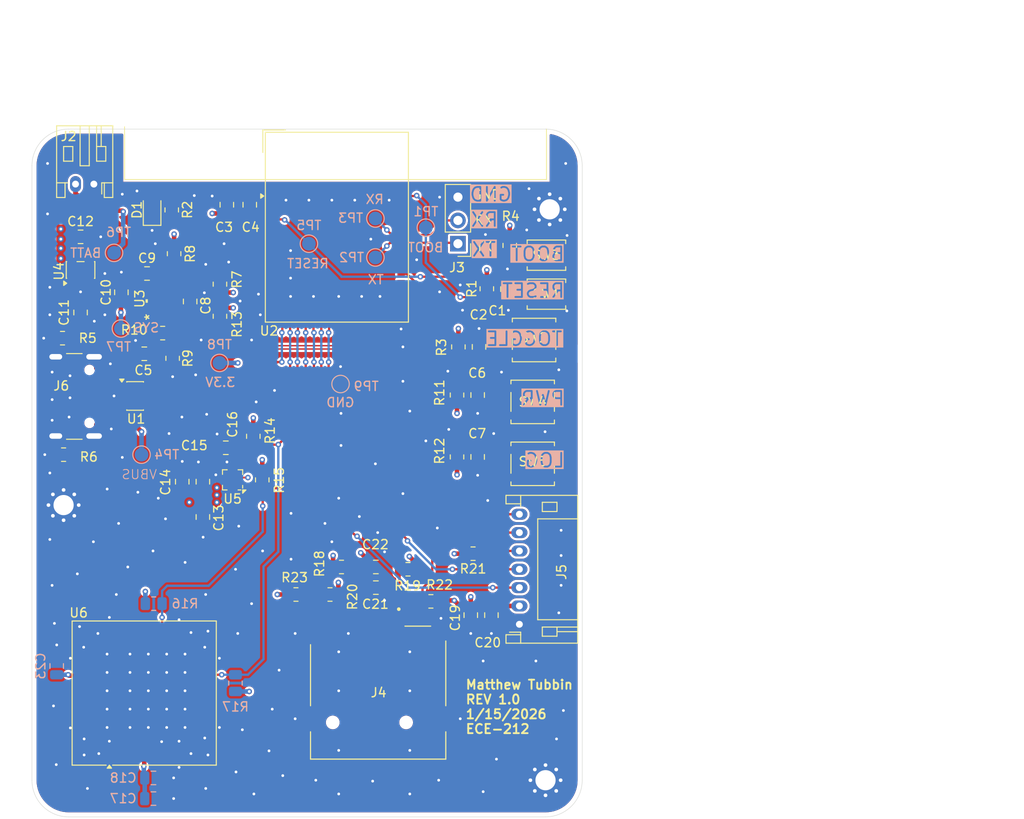
<source format=kicad_pcb>
(kicad_pcb (version 20241229) (generator "pcbnew") (generator_version "9.0")
  (title_block (date "2026-01-13") (company "ECE-212 Team 7") (comment 1 "Matthew Tubbin"))
  (layers (0 "F.Cu" signal) (4 "In1.Cu" signal) (6 "In2.Cu" signal) (2 "B.Cu" signal) (13 "F.Paste" user) (15 "B.Paste" user) (5 "F.SilkS" user "F.Silkscreen") (7 "B.SilkS" user "B.Silkscreen") (1 "F.Mask" user) (3 "B.Mask" user) (25 "Edge.Cuts" user))
  (net 0 "")
  (net 1 "+3.3V")
  (net 2 "GND")
  (net 3 "VBUS")
  (net 4 "Net-(U3-VDD)")
  (net 5 "/MCU/PWR/OLED{slash}SD_MOSI")
  (net 6 "/MCU/PWR/SD_CS")
  (net 7 "Net-(U3-NTC)")
  (net 8 "/MCU/PWR/OLED{slash}SD_SCK")
  (net 9 "/MCU/PWR/SD_MISO")
  (net 10 "/MCU/PWR/OLED_CS")
  (net 11 "/MCU/PWR/OLED_DC")
  (net 12 "/MCU/PWR/OLED_RST")
  (net 13 "/MCU/PWR/GPS{slash}MAG_CLK")
  (net 14 "/MCU/PWR/GPS{slash}MAG_DATA")
  (net 15 "/MCU/PWR/SD_DETECT")
  (net 16 "/MCU/PWR/BATT_DATA")
  (net 17 "/MCU/PWR/BATT_CLK")
  (net 18 "/MCU/PWR/MAG_INT")
  (net 19 "Net-(U2-EN)")
  (net 20 "Net-(U3-SYS)")
  (net 21 "Net-(U5-C1)")
  (net 22 "Net-(D1-A)")
  (net 25 "Net-(U2-IO0)")
  (net 45 "+BATT")
  (net 46 "/MCU/PWR/BATT_INT")
  (net 47 "/MCU/PWR/USB_D+")
  (net 48 "/MCU/PWR/USB_D-")
  (net 49 "/MCU/PWR/RX")
  (net 50 "/MCU/PWR/TX")
  (net 51 "/MCU/PWR/SW_TOGGLE")
  (net 52 "/MCU/PWR/SW_PWR")
  (net 53 "/MCU/PWR/SW_LOG")
  (net 60 "Net-(U2-IO2)")
  (net 64 "Net-(J6-CC1)")
  (net 65 "Net-(J6-D+-PadA6)")
  (net 66 "Net-(J6-D--PadA7)")
  (net 67 "Net-(J6-CC2)")
  (footprint "RF_GPS:ublox_SAM-M8Q" (layer "F.Cu") (at 126.290781 123.498876 90)
    (property "Reference" "U6")
    (property "Value" "SAM-M10Q")
  )
  (footprint "Resistor_SMD:R_0805_2012Metric" (layer "F.Cu") (at 163.65 79.4125 90)
    (property "Reference" "R1")
    (property "Value" "10k")
  )
  (footprint "LED_SMD:LED_0805_2012Metric" (layer "F.Cu") (at 127.15 70.8125 90)
    (property "Reference" "D1")
    (property "Value" "LED")
  )
  (footprint "Resistor_SMD:R_0805_2012Metric" (layer "F.Cu") (at 138.1875 95.5 90)
    (property "Reference" "R14")
    (property "Value" "10k")
  )
  (footprint "Button_Switch_SMD:SW_SPST_TL3305C" (layer "F.Cu") (at 168.65 91.75)
    (property "Reference" "SW4")
    (property "Value" "SW_Push")
  )
  (footprint "Resistor_SMD:R_0805_2012Metric" (layer "F.Cu") (at 160.4 97.75 -90)
    (property "Reference" "R12")
    (property "Value" "10k")
  )
  (footprint "Capacitor_SMD:C_0805_2012Metric" (layer "F.Cu") (at 151.55 112)
    (property "Reference" "C21")
    (property "Value" "0.1u")
  )
  (footprint "MountingHole:MountingHole_2.2mm_M2_Pad_Via" (layer "F.Cu") (at 170.05 133)
    (property "Reference" "H2" (hide yes))
    (property "Value" "MountingHole_Pad")
  )
  (footprint "Capacitor_SMD:C_0805_2012Metric" (layer "F.Cu") (at 137.8 70.25 90)
    (property "Reference" "C4")
    (property "Value" "0.1u")
  )
  (footprint "Resistor_SMD:R_0805_2012Metric" (layer "F.Cu") (at 129.55 75.5875 -90)
    (property "Reference" "R8")
    (property "Value" "10k")
  )
  (footprint "Button_Switch_SMD:SW_SPST_TS-1088-xR020" (layer "F.Cu") (at 170.15 75.75)
    (property "Reference" "SW3")
    (property "Value" "SW_Push")
  )
  (footprint "Button_Switch_SMD:SW_SPST_TL3305C" (layer "F.Cu") (at 168.8 85)
    (property "Reference" "SW2")
    (property "Value" "SW_Push")
  )
  (footprint "Resistor_SMD:R_0805_2012Metric" (layer "F.Cu") (at 129.3908 86.9967 -90)
    (property "Reference" "R9")
    (property "Value" "10k")
  )
  (footprint "Capacitor_SMD:C_0805_2012Metric" (layer "F.Cu") (at 162.65 97.75 -90)
    (property "Reference" "C7")
    (property "Value" "0.1u")
  )
  (footprint "MP2667_DL:QFN-10_2MMx2MM_MNP" (layer "F.Cu") (at 128.3 80.7467 90)
    (property "Reference" "U3")
    (property "Value" "MP2667")
  )
  (footprint "MSD-4-A_DL:CUI_MSD-4-A" (layer "F.Cu") (at 151.8 123.45)
    (property "Reference" "J4")
    (property "Value" "MSD-4-A")
  )
  (footprint "Capacitor_SMD:C_0805_2012Metric" (layer "F.Cu") (at 162.65 91 -90)
    (property "Reference" "C6")
    (property "Value" "0.1u")
  )
  (footprint "Capacitor_SMD:C_0805_2012Metric" (layer "F.Cu") (at 162.8 85.75 90)
    (property "Reference" "C2")
    (property "Value" "0.1u")
  )
  (footprint "Resistor_SMD:R_0805_2012Metric" (layer "F.Cu") (at 147.8 109.75)
    (property "Reference" "R18")
    (property "Value" "10k")
  )
  (footprint "Connector_PinHeader_2.54mm:PinHeader_1x03_P2.54mm_Vertical" (layer "F.Cu") (at 160.5 74.5 180)
    (property "Reference" "J3")
    (property "Value" "Conn_01x03")
  )
  (footprint "Button_Switch_SMD:SW_SPST_TL3305C" (layer "F.Cu") (at 168.65 98.5)
    (property "Reference" "SW5")
    (property "Value" "SW_Push")
  )
  (footprint "Resistor_SMD:R_0805_2012Metric" (layer "F.Cu") (at 139.1625 100.25 90)
    (property "Reference" "R15")
    (property "Value" "10k")
  )
  (footprint "RF_Module:ESP32-S2-MINI-1" (layer "F.Cu") (at 147.3 72.7)
    (property "Reference" "U2")
    (property "Value" "ESP32-S3-MINI-1")
  )
  (footprint "Button_Switch_SMD:SW_SPST_TS-1088-xR020" (layer "F.Cu") (at 170.15 80 180)
    (property "Reference" "SW1")
    (property "Value" "SW_Push")
  )
  (footprint "Resistor_SMD:R_0805_2012Metric" (layer "F.Cu") (at 166.15 74.6875 90)
    (property "Reference" "R4")
    (property "Value" "10k")
  )
  (footprint "Resistor_SMD:R_0805_2012Metric" (layer "F.Cu") (at 157.55 113.5 180)
    (property "Reference" "R22")
    (property "Value" "10k")
  )
  (footprint "Resistor_SMD:R_0805_2012Metric" (layer "F.Cu") (at 117.38125 84.8)
    (property "Reference" "R5")
    (property "Value" "5.1k")
  )
  (footprint "Capacitor_SMD:C_0805_2012Metric" (layer "F.Cu") (at 135.3 70.25 90)
    (property "Reference" "C3")
    (property "Value" "22u")
  )
  (footprint "Capacitor_SMD:C_0805_2012Metric" (layer "F.Cu") (at 119.35 82 90)
    (property "Reference" "C11")
    (property "Value" "10u")
  )
  (footprint "Capacitor_SMD:C_0805_2012Metric" (layer "F.Cu") (at 132.6875 104.3 -90)
    (property "Reference" "C13")
    (property "Value" "10u")
  )
  (footprint "Connector_JST:JST_PH_S2B-PH-K_1x02_P2.00mm_Horizontal" (layer "F.Cu") (at 120.8 68 180)
    (property "Reference" "J2")
    (property "Value" "Conn_01x02_Socket")
  )
  (footprint "Package_TO_SOT_SMD:SOT-23-6" (layer "F.Cu") (at 125.3 91.1)
    (property "Reference" "U1")
    (property "Value" "USBLC6-2SC6")
  )
  (footprint "Capacitor_SMD:C_0805_2012Metric" (layer "F.Cu") (at 151.55 109.75)
    (property "Reference" "C22")
    (property "Value" "10u")
  )
  (footprint "Capacitor_SMD:C_0805_2012Metric" (layer "F.Cu") (at 165.9 79.45 90)
    (property "Reference" "C1")
    (property "Value" "1u")
  )
  (footprint "Capacitor_SMD:C_0805_2012Metric" (layer "F.Cu") (at 164.15 115 -90)
    (property "Reference" "C20")
    (property "Value" "0.1u")
  )
  (footprint "Resistor_SMD:R_0805_2012Metric" (layer "F.Cu") (at 160.4 91 -90)
    (property "Reference" "R11")
    (property "Value" "10k")
  )
  (footprint "Connector_USB:USB_C_Receptacle_GCT_USB4105-xx-A_16P_TopMnt_Horizontal" (layer "F.Cu") (at 117.72 91.15 -90)
    (property "Reference" "J6")
    (property "Value" "USB_C_Receptacle_USB2.0_16P")
  )
  (footprint "Resistor_SMD:R_0805_2012Metric" (layer "F.Cu") (at 146.55 112.75 180)
    (property "Reference" "R20")
    (property "Value" "10k")
  )
  (footprint "Connector_JST:JST_PH_S7B-PH-K_1x07_P2.00mm_Horizontal" (layer "F.Cu") (at 167.2 116 90)
    (property "Reference" "J5")
    (property "Value" "Conn_01x07_Socket")
  )
  (footprint "Resistor_SMD:R_0805_2012Metric" (layer "F.Cu") (at 160.55 85.75 90)
    (property "Reference" "R3")
    (property "Value" "10k")
  )
  (footprint "Package_TO_SOT_SMD:SOT-23-5" (layer "F.Cu") (at 119.35 77.3625 90)
    (property "Reference" "U4")
    (property "Value" "XC6220B331MR-G")
  )
  (footprint "Resistor_SMD:R_0805_2012Metric" (layer "F.Cu") (at 134.55 78.9125 -90)
    (property "Reference" "R7")
    (property "Value" "10k")
  )
  (footprint "Capacitor_SMD:C_0805_2012Metric" (layer "F.Cu") (at 135.1875 96.75 180)
    (property "Reference" "C16")
    (property "Value" "0.22u")
  )
  (footprint "Resistor_SMD:R_0805_2012Metric" (layer "F.Cu") (at 162.15 108.3 180)
    (property "Reference" "R21")
    (property "Value" "10k")
  )
  (footprint "Capacitor_SMD:C_0805_2012Metric" (layer "F.Cu") (at 132.6875 100.45 90)
    (property "Reference" "C15")
    (property "Value" "0.1u")
  )
  (footprint "Capacitor_SMD:C_0805_2012Metric" (layer "F.Cu") (at 123.8 79.8 90)
    (property "Reference" "C10")
    (property "Value" "2.2u")
  )
  (footprint "Resistor_SMD:R_0805_2012Metric" (layer "F.Cu") (at 128.3033 84.2467 180)
    (property "Reference" "R10")
    (property "Value" "10k")
  )
  (footprint "Resistor_SMD:R_0805_2012Metric" (layer "F.Cu") (at 117.5 97.5 180)
    (property "Reference" "R6")
    (property "Value" "5.1k")
  )
  (footprint "Capacitor_SMD:C_0805_2012Metric" (layer "F.Cu") (at 126.6 77.75)
    (property "Reference" "C9")
    (property "Value" "10u")
  )
  (footprint "Resistor_SMD:R_0805_2012Metric" (layer "F.Cu") (at 142.8375 112.75)
    (property "Reference" "R23")
    (property "Value" "10k")
  )
  (footprint "Capacitor_SMD:C_0805_2012Metric" (layer "F.Cu") (at 130.4375 100.45 90)
    (property "Reference" "C14")
    (property "Value" "0.1u")
  )
  (footprint "Resistor_SMD:R_0805_2012Metric" (layer "F.Cu") (at 134.55 82.4125 -90)
    (property "Reference" "R13")
    (property "Value" "100k")
  )
  (footprint "Capacitor_SMD:C_0805_2012Metric" (layer "F.Cu") (at 119.35 73.75)
    (property "Reference" "C12")
    (property "Value" "10u")
  )
  (footprint "Capacitor_SMD:C_0805_2012Metric" (layer "F.Cu") (at 161.9 115 90)
    (property "Reference" "C19")
    (property "Value" "10u")
  )
  (footprint "Capacitor_SMD:C_0805_2012Metric" (layer "F.Cu") (at 131.3 80.8 90)
    (property "Reference" "C8")
    (property "Value" "0.1u")
  )
  (footprint "Resistor_SMD:R_0805_2012Metric" (layer "F.Cu") (at 129.291726 70.815774 90)
    (property "Reference" "R2")
    (property "Value" "2.2k")
  )
  (footprint "Capacitor_SMD:C_0805_2012Metric" (layer "F.Cu") (at 126.3 86.5)
    (property "Reference" "C5")
    (property "Value" "1u")
  )
  (footprint "Package_LGA:LGA-12_2x2mm_P0.5mm" (layer "F.Cu") (at 135.925 100.25 180)
    (property "Reference" "U5")
    (property "Value" "LIS2MDL")
  )
  (footprint "MountingHole:MountingHole_2.2mm_M2_Pad_Via" (layer "F.Cu") (at 117.5 103)
    (property "Reference" "H3" (hide yes))
    (property "Value" "MountingHole_Pad")
  )
  (footprint "Resistor_SMD:R_0805_2012Metric" (layer "F.Cu") (at 155.05 110 180)
    (property "Reference" "R19")
    (property "Value" "10k")
  )
  (footprint "MountingHole:MountingHole_2.2mm_M2_Pad_Via" (layer "F.Cu") (at 170.5 70.75)
    (property "Reference" "H1" (hide yes))
    (property "Value" "MountingHole_Pad")
  )
  (footprint "TestPoint:TestPoint_Pad_D1.5mm" (layer "B.Cu") (at 151.5 71.75)
    (property "Reference" "TP3")
    (property "Value" "TestPoint")
  )
  (footprint "Capacitor_SMD:C_0805_2012Metric" (layer "B.Cu") (at 127.294689 135.004392)
    (property "Reference" "C17")
    (property "Value" "10u")
  )
  (footprint "Capacitor_SMD:C_0805_2012Metric" (layer "B.Cu") (at 127.294689 132.754392)
    (property "Reference" "C18")
    (property "Value" "0.1u")
  )
  (footprint "TestPoint:TestPoint_Pad_D1.5mm" (layer "B.Cu") (at 123.75 83.75)
    (property "Reference" "TP7")
    (property "Value" "TestPoint")
  )
  (footprint "TestPoint:TestPoint_Pad_D1.5mm" (layer "B.Cu") (at 157 72.75)
    (property "Reference" "TP1")
    (property "Value" "TestPoint")
  )
  (footprint "Resistor_SMD:R_0805_2012Metric" (layer "B.Cu") (at 127.328281 113.748876 180)
    (property "Reference" "R16")
    (property "Value" "2.2k")
  )
  (footprint "TestPoint:TestPoint_Pad_D1.5mm" (layer "B.Cu") (at 126 97.5)
    (property "Reference" "TP4")
    (property "Value" "TestPoint")
  )
  (footprint "TestPoint:TestPoint_Pad_D1.5mm" (layer "B.Cu") (at 147.7 89.8)
    (property "Reference" "TP9")
    (property "Value" "TestPoint")
  )
  (footprint "TestPoint:TestPoint_Pad_D1.5mm" (layer "B.Cu") (at 144.25 74.5)
    (property "Reference" "TP5")
    (property "Value" "TestPoint")
  )
  (footprint "Resistor_SMD:R_0805_2012Metric" (layer "B.Cu") (at 136.240781 122.411376 -90)
    (property "Reference" "R17")
    (property "Value" "2.2k")
  )
  (footprint "Capacitor_SMD:C_0805_2012Metric" (layer "B.Cu") (at 116.75 120.55 90)
    (property "Reference" "C23")
    (property "Value" "0.1u")
  )
  (footprint "TestPoint:TestPoint_Pad_D1.5mm" (layer "B.Cu") (at 151.5 76)
    (property "Reference" "TP2")
    (property "Value" "TestPoint")
  )
  (footprint "TestPoint:TestPoint_Pad_D1.5mm" (layer "B.Cu") (at 123 75.5)
    (property "Reference" "TP6")
    (property "Value" "TestPoint")
  )
  (footprint "TestPoint:TestPoint_Pad_D1.5mm" (layer "B.Cu") (at 134.5 87.5)
    (property "Reference" "TP8")
    (property "Value" "TestPoint")
  )
  (gr_line (start 170.15 67.5) (end 170.15 62) (stroke (width 0.1)) (layer "F.SilkS"))
  (gr_line (start 124.15 61.75) (end 124.15 67.5) (stroke (width 0.1)) (layer "F.SilkS"))
  (gr_line (start 124.15 67.5) (end 170.15 67.5) (stroke (width 0.1)) (layer "F.SilkS"))
  (gr_line (start 174.05 66) (end 174.05 133) (stroke (width 0.05)) (layer "Edge.Cuts"))
  (gr_line (start 114.05 133) (end 114.05 66) (stroke (width 0.05)) (layer "Edge.Cuts"))
  (gr_arc (start 114.05 66) (mid 115.221573 63.171573) (end 118.05 62) (stroke (width 0.05)) (layer "Edge.Cuts"))
  (gr_arc (start 170.05 62) (mid 172.878427 63.171573) (end 174.05 66) (stroke (width 0.05)) (layer "Edge.Cuts"))
  (gr_line (start 170.05 137) (end 118.05 137) (stroke (width 0.05)) (layer "Edge.Cuts"))
  (gr_arc (start 174.05 133) (mid 172.878427 135.828427) (end 170.05 137) (stroke (width 0.05)) (layer "Edge.Cuts"))
  (gr_line (start 118.05 62) (end 170.05 62) (stroke (width 0.05)) (layer "Edge.Cuts"))
  (gr_arc (start 118.05 137) (mid 115.221573 135.828427) (end 114.05 133) (stroke (width 0.05)) (layer "Edge.Cuts"))
  (gr_text "RX" (at 162.25 72.5 0) (layer "F.SilkS") (effects (font (size 1 1)) (justify left bottom)))
  (gr_text "TX" (at 162.4 75.4 0) (layer "F.SilkS") (effects (font (size 1 1)) (justify left bottom)))
  (gr_text "GND" (at 162 69.75 0) (layer "F.SilkS") (effects (font (size 1 1)) (justify left bottom)))
  (gr_text "Matthew Tubbin\nREV 1.0\n1/15/2026\nECE-212" (at 161.25 128 0) (layer "F.SilkS") (effects (font (size 1 1) (thickness 0.2) (bold yes)) (justify left bottom)))
  (gr_text "RESET" (at 146.5 77.25 0) (layer "B.SilkS") (effects (font (size 1 1)) (justify left bottom mirror)))
  (gr_text "RESET" (at 172.25 80.5 0) (layer "B.SilkS" knockout) (effects (font (size 1.5 1.5) (thickness 0.2)) (justify left bottom mirror)))
  (gr_text "GND" (at 149.3 92.4 0) (layer "B.SilkS") (effects (font (size 1 1)) (justify left bottom mirror)))
  (gr_text "VBUS" (at 127.75 100.25 0) (layer "B.SilkS") (effects (font (size 1 1) (thickness 0.1)) (justify left bottom mirror)))
  (gr_text "RX" (at 165 72.75 0) (layer "B.SilkS" knockout) (effects (font (size 1.5 1.5) (thickness 0.2)) (justify left bottom mirror)))
  (gr_text "LOG" (at 172.25 99 0) (layer "B.SilkS" knockout) (effects (font (size 1.5 1.5) (thickness 0.2)) (justify left bottom mirror)))
  (gr_text "TX" (at 152.5 79 0) (layer "B.SilkS") (effects (font (size 1 1)) (justify left bottom mirror)))
  (gr_text "PWR" (at 172.25 92.25 0) (layer "B.SilkS" knockout) (effects (font (size 1.5 1.5) (thickness 0.2)) (justify left bottom mirror)))
  (gr_text "SYS" (at 128 84.25 0) (layer "B.SilkS") (effects (font (size 1 1)) (justify left bottom mirror)))
  (gr_text "TOGGLE" (at 172 85.75 0) (layer "B.SilkS" knockout) (effects (font (size 1.5 1.5) (thickness 0.2)) (justify left bottom mirror)))
  (gr_text "BATT" (at 121.7 76.1 0) (layer "B.SilkS") (effects (font (size 1 1)) (justify left bottom mirror)))
  (gr_text "TX" (at 164.75 76 0) (layer "B.SilkS" knockout) (effects (font (size 1.5 1.5) (thickness 0.2)) (justify left bottom mirror)))
  (gr_text "GND" (at 166.5 70 0) (layer "B.SilkS" knockout) (effects (font (size 1.5 1.5) (thickness 0.2)) (justify left bottom mirror)))
  (gr_text "BOOT" (at 159 75.5 0) (layer "B.SilkS") (effects (font (size 1 1)) (justify left bottom mirror)))
  (gr_text "RX" (at 152.5 70.25 0) (layer "B.SilkS") (effects (font (size 1 1)) (justify left bottom mirror)))
  (gr_text "3.3V" (at 136.3 90.2 0) (layer "B.SilkS") (effects (font (size 1 1)) (justify left bottom mirror)))
  (gr_text "BOOT" (at 172.25 76.5 0) (layer "B.SilkS" knockout) (effects (font (size 1.5 1.5) (thickness 0.2) (bold yes)) (justify left bottom mirror)))
  (segment (start 160.4 91.9125) (end 160.4 93) (width 0.5) (layer "F.Cu") (net 1))
  (segment (start 139.4 71) (end 139.2 71) (width 0.5) (layer "F.Cu") (net 1))
  (segment (start 140.8 112.75) (end 141.925 112.75) (width 0.5) (layer "F.Cu") (net 1))
  (segment (start 161.9 114.05) (end 160.75 114.05) (width 0.5) (layer "F.Cu") (net 1))
  (segment (start 161.2375 108.3) (end 160.1 108.3) (width 0.5) (layer "F.Cu") (net 1))
  (segment (start 150.6 113.8) (end 150.75 113.95) (width 0.5) (layer "F.Cu") (net 1))
  (segment (start 146.8875 108.5) (end 146.8875 109.75) (width 0.5) (layer "F.Cu") (net 1))
  (segment (start 163.65 77.35) (end 163.65 78.5) (width 0.5) (layer "F.Cu") (net 1))
  (segment (start 135.3 71.2) (end 137.8 71.2) (width 0.5) (layer "F.Cu") (net 1))
  (segment (start 150.75 113.95) (end 150.75 115.7) (width 0.5) (layer "F.Cu") (net 1))
  (segment (start 158.5625 113.4) (end 158.4625 113.5) (width 0.5) (layer "F.Cu") (net 1))
  (segment (start 126.240781 130.148876) (end 126.290781 130.098876) (width 0.5) (layer "F.Cu") (net 1))
  (segment (start 124.390781 130.098876) (end 126.290781 130.098876) (width 0.5) (layer "F.Cu") (net 1))
  (segment (start 126.25 131.5) (end 126.290781 131.459219) (width 0.5) (layer "F.Cu") (net 1))
  (segment (start 150.6 108.9) (end 150.6 109.75) (width 0.5) (layer "F.Cu") (net 1))
  (segment (start 139.1625 98.05) (end 139.1625 99.3375) (width 0.5) (layer "F.Cu") (net 1))
  (segment (start 139.2 71) (end 139 71.2) (width 0.5) (layer "F.Cu") (net 1))
  (segment (start 160.55 83.75) (end 160.55 84.8375) (width 0.5) (layer "F.Cu") (net 1))
  (segment (start 129.55 73.45) (end 129.55 74.675) (width 0.5) (layer "F.Cu") (net 1))
  (segment (start 160.4 99.7) (end 160.4 98.6625) (width 0.5) (layer "F.Cu") (net 1))
  (segment (start 135.3 71.2) (end 133.7 71.2) (width 0.5) (layer "F.Cu") (net 1))
  (segment (start 164.2 114) (end 164.15 114.05) (width 0.5) (layer "F.Cu") (net 1))
  (segment (start 155.9625 109.3625) (end 155.2 108.6) (width 0.5) (layer "F.Cu") (net 1))
  (segment (start 155.9625 110) (end 155.9625 109.3625) (width 0.5) (layer "F.Cu") (net 1))
  (segment (start 134.55 81.5) (end 136 81.5) (width 0.5) (layer "F.Cu") (net 1))
  (segment (start 118.098876 121.598876) (end 119.690781 121.598876) (width 0.5) (layer "F.Cu") (net 1))
  (segment (start 160.75 114.05) (end 160.1 113.4) (width 0.5) (layer "F.Cu") (net 1))
  (segment (start 161.9 114.05) (end 161.9 113) (width 0.5) (layer "F.Cu") (net 1))
  (segment (start 136 79.825) (end 134.55 79.825) (width 0.5) (layer "F.Cu") (net 1))
  (segment (start 150.6 112) (end 150.6 113.8) (width 0.5) (layer "F.Cu") (net 1))
  (segment (start 139 71.2) (end 137.8 71.2) (width 0.5) (layer "F.Cu") (net 1))
  (segment (start 167.2 114) (end 164.2 114) (width 0.5) (layer "F.Cu") (net 1))
  (segment (start 147.4625 111.4375) (end 147.4625 112.75) (width 0.5) (layer "F.Cu") (net 1))
  (segment (start 149.9 108.2) (end 150.6 108.9) (width 0.5) (layer "F.Cu") (net 1))
  (segment (start 124.240781 130.248876) (end 124.390781 130.098876) (width 0.5) (layer "F.Cu") (net 1))
  (segment (start 160.1 113.4) (end 158.5625 113.4) (width 0.5) (layer "F.Cu") (net 1))
  (segment (start 118 121.5) (end 118.098876 121.598876) (width 0.5) (layer "F.Cu") (net 1))
  (segment (start 150.6 112) (end 150.6 109.75) (width 0.5) (layer "F.Cu") (net 1))
  (segment (start 138.1875 93.5) (end 138.1875 94.5875) (width 0.5) (layer "F.Cu") (net 1))
  (segment (start 164.15 114.05) (end 161.9 114.05) (width 0.5) (layer "F.Cu") (net 1))
  (segment (start 137.6 100) (end 136.6875 100) (width 0.2) (layer "F.Cu") (net 1))
  (segment (start 126.290781 131.459219) (end 126.290781 130.098876) (width 0.5) (layer "F.Cu") (net 1))
  (segment (start 139.4 71) (end 140.3 71) (width 0.25) (layer "F.Cu") (net 1))
  (segment (start 166.15 72.5) (end 166.15 73.775) (width 0.5) (layer "F.Cu") (net 1))
  (via (at 117.2 75) (size 0.6) (drill 0.3) (layers "F.Cu" "B.Cu") (net 1))
  (via (at 136 79.825) (size 0.6) (drill 0.3) (layers "F.Cu" "B.Cu") (net 1))
  (via (at 161.9 113) (size 0.6) (drill 0.3) (layers "F.Cu" "B.Cu") (net 1))
  (via (at 134.2125 101.9) (size 0.6) (drill 0.3) (layers "F.Cu" "B.Cu") (net 1))
  (via (at 140.8 112.75) (size 0.6) (drill 0.3) (layers "F.Cu" "B.Cu") (net 1))
  (via (at 163.65 77.35) (size 0.6) (drill 0.3) (layers "F.Cu" "B.Cu") (net 1))
  (via (at 118 121.5) (size 0.6) (drill 0.3) (layers "F.Cu" "B.Cu") (net 1))
  (via (at 146.8875 108.5) (size 0.6) (drill 0.3) (layers "F.Cu" "B.Cu") (net 1))
  (via (at 126.415781 112.423876) (size 0.6) (drill 0.3) (layers "F.Cu" "B.Cu") (net 1))
  (via (at 155.2 108.6) (size 0.6) (drill 0.3) (layers "F.Cu" "B.Cu") (net 1))
  (via (at 126.25 131.5) (size 0.6) (drill 0.3) (layers "F.Cu" "B.Cu") (net 1))
  (via (at 160.1 113.4) (size 0.6) (drill 0.3) (layers "F.Cu" "B.Cu") (net 1))
  (via (at 160.55 83.75) (size 0.6) (drill 0.3) (layers "F.Cu" "B.Cu") (net 1))
  (via (at 160.4 99.7) (size 0.6) (drill 0.3) (layers "F.Cu" "B.Cu") (net 1))
  (via (at 149.9 108.2) (size 0.6) (drill 0.3) (layers "F.Cu" "B.Cu") (net 1))
  (via (at 166.15 72.5) (size 0.6) (drill 0.3) (layers "F.Cu" "B.Cu") (net 1))
  (via (at 147.4625 111.4375) (size 0.6) (drill 0.3) (layers "F.Cu" "B.Cu") (net 1))
  (via (at 160.4 93) (size 0.6) (drill 0.3) (layers "F.Cu" "B.Cu") (net 1))
  (via (at 131.2125 102.7) (size 0.6) (drill 0.3) (layers "F.Cu" "B.Cu") (net 1))
  (via (at 133.7 71.2) (size 0.6) (drill 0.3) (layers "F.Cu" "B.Cu") (net 1))
  (via (at 136.5 87.5) (size 0.6) (drill 0.3) (layers "F.Cu" "B.Cu") (net 1))
  (via (at 137.6 100) (size 0.6) (drill 0.3) (layers "F.Cu" "B.Cu") (net 1))
  (via (at 134.2125 102.7) (size 0.6) (drill 0.3) (layers "F.Cu" "B.Cu") (net 1))
  (via (at 139.1625 98.05) (size 0.6) (drill 0.3) (layers "F.Cu" "B.Cu") (net 1))
  (via (at 117.2 74) (size 0.6) (drill 0.3) (layers "F.Cu" "B.Cu") (net 1))
  (via (at 136 81.5) (size 0.6) (drill 0.3) (layers "F.Cu" "B.Cu") (net 1))
  (via (at 134.2125 101.1) (size 0.6) (drill 0.3) (layers "F.Cu" "B.Cu") (net 1))
  (via (at 129.55 73.45) (size 0.6) (drill 0.3) (layers "F.Cu" "B.Cu") (net 1))
  (via (at 138.1875 93.5) (size 0.6) (drill 0.3) (layers "F.Cu" "B.Cu") (net 1))
  (via (at 160.1 108.3) (size 0.6) (drill 0.3) (layers "F.Cu" "B.Cu") (net 1))
  (via (at 117.2 76.1) (size 0.6) (drill 0.3) (layers "F.Cu" "B.Cu") (net 1))
  (via (at 117.2 72.9) (size 0.6) (drill 0.3) (layers "F.Cu" "B.Cu") (net 1))
  (via (at 137.740781 123.323876) (size 0.6) (drill 0.3) (layers "F.Cu" "B.Cu") (net 1))
  (segment (start 134.5 87.5) (end 136.5 87.5) (width 0.5) (layer "B.Cu") (net 1))
  (segment (start 126.25 132.659703) (end 126.344689 132.754392) (width 0.5) (layer "B.Cu") (net 1))
  (segment (start 118 121.5) (end 116.75 121.5) (width 0.5) (layer "B.Cu") (net 1))
  (segment (start 137.740781 123.323876) (end 136.240781 123.323876) (width 0.5) (layer "B.Cu") (net 1))
  (segment (start 126.25 131.5) (end 126.25 132.659703) (width 0.5) (layer "B.Cu") (net 1))
  (segment (start 126.344689 132.754392) (end 126.344689 135.004392) (width 0.5) (layer "B.Cu") (net 1))
  (segment (start 126.415781 112.423876) (end 126.415781 113.748876) (width 0.5) (layer "B.Cu") (net 1))
  (segment (start 134.440781 127.298876) (end 134.490781 127.248876) (width 0.25) (layer "F.Cu") (net 2))
  (segment (start 132.85 79.85) (end 131.3 79.85) (width 0.5) (layer "F.Cu") (net 2))
  (segment (start 164.2 116) (end 164.15 115.95) (width 0.5) (layer "F.Cu") (net 2))
  (segment (start 152.5 112) (end 152.5 113.4) (width 0.5) (layer "F.Cu") (net 2))
  (segment (start 162.8 83.75) (end 162.8 84.8) (width 0.5) (layer "F.Cu") (net 2))
  (segment (start 131.390781 130.098876) (end 130.090781 130.098876) (width 0.25) (layer "F.Cu") (net 2))
  (segment (start 132.7125 106.5) (end 132.6875 106.475) (width 0.5) (layer "F.Cu") (net 2))
  (segment (start 125.35 85.05) (end 125.35 86.5) (width 0.5) (layer "F.Cu") (net 2))
  (segment (start 119.690781 128.448876) (end 119.690781 127.298876) (width 0.25) (layer "F.Cu") (net 2))
  (segment (start 164.15 117) (end 164.15 115.95) (width 0.5) (layer "F.Cu") (net 2))
  (segment (start 121.390781 116.898876) (end 122.490781 116.898876) (width 0.25) (layer "F.Cu") (net 2))
  (segment (start 121.4 87.95) (end 122.25 87.95) (width 0.5) (layer "F.Cu") (net 2))
  (segment (start 162.65 99.75) (end 162.65 98.7) (width 0.5) (layer "F.Cu") (net 2))
  (segment (start 135.3 69.3) (end 137.8 69.3) (width 0.5) (layer "F.Cu") (net 2))
  (segment (start 159.55 126.3) (end 160.75 126.3) (width 0.5) (layer "F.Cu") (net 2))
  (segment (start 154.3 82.25) (end 154.3 83.8) (width 0.5) (layer "F.Cu") (net 2))
  (segment (start 120.85 82.95) (end 119.35 82.95) (width 0.5) (layer "F.Cu") (net 2))
  (segment (start 135.4125 98.3) (end 135.675 98.5625) (width 0.2) (layer "F.Cu") (net 2))
  (segment (start 131.390781 116.898876) (end 130.090781 116.898876) (width 0.25) (layer "F.Cu") (net 2))
  (segment (start 163.9 84.8) (end 165.2 83.5) (width 0.5) (layer "F.Cu") (net 2))
  (segment (start 125.65 77.75) (end 125.5 77.6) (width 0.5) (layer "F.Cu") (net 2))
  (segment (start 132.6875 106.475) (end 132.6875 105.25) (width 0.5) (layer "F.Cu") (net 2))
  (segment (start 134.490781 119.698876) (end 132.890781 119.698876) (width 0.25) (layer "F.Cu") (net 2))
  (segment (start 122.25 87.95) (end 122.6 87.6) (width 0.5) (layer "F.Cu") (net 2))
  (segment (start 172.375 81.825) (end 172.375 80) (width 0.5) (layer "F.Cu") (net 2))
  (segment (start 125.5 77.6) (end 123.8 77.6) (width 0.5) (layer "F.Cu") (net 2))
  (segment (start 119.740781 128.498876) (end 119.690781 128.448876) (width 0.25) (layer "F.Cu") (net 2))
  (segment (start 165.05 93.25) (end 172.25 93.25) (width 0.5) (layer "F.Cu") (net 2))
  (segment (start 130.090781 115.498876) (end 130.090781 116.898876) (width 0.25) (layer "F.Cu") (net 2))
  (segment (start 134.2375 95.25) (end 134.2375 96.75) (width 0.5) (layer "F.Cu") (net 2))
  (segment (start 127.15 73.05) (end 127.15 71.75) (width 0.5) (layer "F.Cu") (net 2))
  (segment (start 121.240781 116.998876) (end 121.290781 116.998876) (width 0.25) (layer "F.Cu") (net 2))
  (segment (start 122.7 94.7) (end 122.35 94.35) (width 0.5) (layer "F.Cu") (net 2))
  (segment (start 172.4 73.6) (end 172.375 73.625) (width 0.5) (layer "F.Cu") (net 2))
  (segment (start 122.490781 130.098876) (end 122.490781 128.748876) (width 0.25) (layer "F.Cu") (net 2))
  (segment (start 135.675 98.5625) (end 135.675 99.4875) (width 0.2) (layer "F.Cu") (net 2))
  (segment (start 115.33125 84.8) (end 116.46875 84.8) (width 0.5) (layer "F.Cu") (net 2))
  (segment (start 122.8 68) (end 123.9 69.1) (width 0.5) (layer "F.Cu") (net 2))
  (segment (start 116.5875 97.5) (end 115.45 97.5) (width 0.5) (layer "F.Cu") (net 2))
  (segment (start 162.65 93) (end 162.65 91.95) (width 0.5) (layer "F.Cu") (net 2))
  (segment (start 121.290781 116.998876) (end 121.390781 116.898876) (width 0.25) (layer "F.Cu") (net 2))
  (segment (start 132.890781 118.498876) (end 132.890781 119.698876) (width 0.25) (layer "F.Cu") (net 2))
  (segment (start 134.4 100) (end 134.1 99.7) (width 0.2) (layer "F.Cu") (net 2))
  (segment (start 142.75 126.3) (end 144.05 126.3) (width 0.5) (layer "F.Cu") (net 2))
  (segment (start 158.65 115.35) (end 158.65 116.75) (width 0.5) (layer "F.Cu") (net 2))
  (segment (start 165.9 77.25) (end 165.9 78.5) (width 0.5) (layer "F.Cu") (net 2))
  (segment (start 118.240781 127.298876) (end 119.690781 127.298876) (width 0.25) (layer "F.Cu") (net 2))
  (segment (start 148.55 117) (end 148.55 115.7) (width 0.5) (layer "F.Cu") (net 2))
  (segment (start 172.375 73.625) (end 172.375 75.75) (width 0.5) (layer "F.Cu") (net 2))
  (segment (start 163.75 91.95) (end 165.05 93.25) (width 0.5) (layer "F.Cu") (net 2))
  (segment (start 123.8 78.85) (end 123.8 77.6) (width 0.5) (layer "F.Cu") (net 2))
  (segment (start 118.240781 119.698876) (end 119.690781 119.698876) (width 0.25) (layer "F.Cu") (net 2))
  (segment (start 119.690781 118.498876) (end 119.690781 119.698876) (width 0.25) (layer "F.Cu") (net 2))
  (segment (start 122.35 94.35) (end 121.4 94.35) (width 0.5) (layer "F.Cu") (net 2))
  (segment (start 135.1625 100) (end 134.4 100) (width 0.2) (layer "F.Cu") (net 2))
  (segment (start 138.95 82.25) (end 140.3 82.25) (width 0.5) (layer "F.Cu") (net 2))
  (segment (start 152.5 108.1) (end 152.5 109.75) (width 0.5) (layer "F.Cu") (net 2))
  (segment (start 129.3908 89) (end 129.3908 87.9092) (width 0.5) (layer "F.Cu") (net 2))
  (segment (start 162.8 84.8) (end 163.9 84.8) (width 0.5) (layer "F.Cu") (net 2))
  (segment (start 130.090781 131.598876) (end 130.090781 130.098876) (width 0.25) (layer "F.Cu") (net 2))
  (segment (start 165.2 83.5) (end 172.4 83.5) (width 0.5) (layer "F.Cu") (net 2))
  (segment (start 119.35 79.75) (end 119.35 78.5) (width 0.5) (layer "F.Cu") (net 2))
  (segment (start 122.490781 116.898876) (end 122.490781 115.248876) (width 0.25) (layer "F.Cu") (net 2))
  (segment (start 124.1625 91.1) (end 123 91.1) (width 0.5) (layer "F.Cu") (net 2))
  (segment (start 121.55 73.75) (end 120.3 73.75) (width 0.5) (layer "F.Cu") (net 2))
  (segment (start 121.340781 130.098876) (end 122.490781 130.098876) (width 0.25) (layer "F.Cu") (net 2))
  (segment (start 135.3 69.3) (end 133.7 69.3) (width 0.5) (layer "F.Cu") (net 2))
  (segment (start 132.2 98.3) (end 132.6875 98.7875) (width 0.5) (layer "F.Cu") (net 2))
  (segment (start 158.5 69.42) (end 160.5 69.42) (width 0.5) (layer "F.Cu") (net 2))
  (segment (start 165.05 100) (end 172.25 100) (width 0.5) (layer "F.Cu") (net 2))
  (segment (start 167.2 116) (end 164.2 116) (width 0.5) (layer "F.Cu") (net 2))
  (segment (start 162.65 98.7) (end 163.75 98.7) (width 0.5) (layer "F.Cu") (net 2))
  (segment (start 128.190781 128.798876) (end 128.190781 130.098876) (width 0.25) (layer "F.Cu") (net 2))
  (segment (start 132.890781 128.398876) (end 132.890781 127.298876) (width 0.25) (layer "F.Cu") (net 2))
  (segment (start 130.4375 98.2375) (end 130.4375 99.5) (width 0.5) (layer "F.Cu") (net 2))
  (segment (start 132.890781 127.298876) (end 134.440781 127.298876) (width 0.25) (layer "F.Cu") (net 2))
  (segment (start 132.6875 98.7875) (end 132.6875 99.5) (width 0.5) (layer "F.Cu") (net 2))
  (segment (start 144.05 117) (end 142.75 117) (width 0.5) (layer "F.Cu") (net 2))
  (segment (start 163.75 98.7) (end 165.05 100) (width 0.5) (layer "F.Cu") (net 2))
  (segment (start 161.9 117) (end 161.9 115.95) (width 0.5) (layer "F.Cu") (net 2))
  (segment (start 130.090781 128.748876) (end 130.090781 130.098876) (width 0.25) (layer "F.Cu") (net 2))
  (segment (start 135.3125 98.3) (end 135.4125 98.3) (width 0.2) (layer "F.Cu") (net 2))
  (segment (start 120.8 68) (end 122.8 68) (width 0.5) (layer "F.Cu") (net 2))
  (segment (start 162.65 91.95) (end 163.75 91.95) (width 0.5) (layer "F.Cu") (net 2))
  (via (at 138.75 80) (size 0.6) (drill 0.3) (layers "F.Cu" "B.Cu") (net 2))
  (via (at 133.7 69.3) (size 0.6) (drill 0.3) (layers "F.Cu" "B.Cu") (net 2))
  (via (at 171.75 111.75) (size 0.6) (drill 0.3) (layers "F.Cu" "B.Cu") (net 2))
  (via (at 163.25 134.25) (size 0.6) (drill 0.3) (layers "F.Cu" "B.Cu") (net 2))
  (via (at 155.25 119) (size 0.6) (drill 0.3) (layers "F.Cu" "B.Cu") (net 2))
  (via (at 135 74.5) (size 0.6) (drill 0.3) (layers "F.Cu" "B.Cu") (net 2))
  (via (at 147.7 87.9) (size 0.6) (drill 0.3) (layers "F.Cu" "B.Cu") (net 2))
  (via (at 154.5 85.75) (size 0.6) (drill 0.3) (layers "F.Cu" "B.Cu") (net 2))
  (via (at 130.740781 127.248876) (size 0.6) (drill 0.3) (layers "F.Cu" "B.Cu") (net 2))
  (via (at 151 74) (size 0.6) (drill 0.3) (layers "F.Cu" "B.Cu") (net 2))
  (via (at 122.490781 115.248876) (size 0.6) (drill 0.3) (layers "F.Cu" "B.Cu") (net 2))
  (via (at 155.25 129.75) (size 0.6) (drill 0.3) (layers "F.Cu" "B.Cu") (net 2))
  (via (at 165.9 77.25) (size 0.6) (drill 0.3) (layers "F.Cu" "B.Cu") (net 2))
  (via (at 116.7 131.3) (size 0.6) (drill 0.3) (layers "F.Cu" "B.Cu") (net 2))
  (via (at 158.65 115.35) (size 0.6) (drill 0.3) (layers "F.Cu" "B.Cu") (net 2))
  (via (at 127.25 108) (size 0.6) (drill 0.3) (layers "F.Cu" "B.Cu") (net 2))
  (via (at 162.8 83.75) (size 0.6) (drill 0.3) (layers "F.Cu" "B.Cu") (net 2))
  (via (at 122.240781 125.248876) (size 0.6) (drill 0.3) (layers "F.Cu" "B.Cu") (net 2))
  (via (at 128.740781 127.248876) (size 0.6) (drill 0.3) (layers "F.Cu" "B.Cu") (net 2))
  (via (at 168 73) (size 0.6) (drill 0.3) (layers "F.Cu" "B.Cu") (net 2))
  (via (at 172.375 81.825) (size 0.6) (drill 0.3) (layers "F.Cu" "B.Cu") (net 2))
  (via (at 116.5 115.9) (size 0.6) (drill 0.3) (layers "F.Cu" "B.Cu") (net 2))
  (via (at 132.5 85) (size 0.6) (drill 0.3) (layers "F.Cu" "B.Cu") (net 2))
  (via (at 146 105) (size 0.6) (drill 0.3) (layers "F.Cu" "B.Cu") (net 2))
  (via (at 154.5 89.5) (size 0.6) (drill 0.3) (layers "F.Cu" "B.Cu") (net 2))
  (via (at 131.9 88.8) (size 0.6) (drill 0.3) (layers "F.Cu" "B.Cu") (net 2))
  (via (at 115.75 71.25) (size 0.6) (drill 0.3) (layers "F.Cu" "B.Cu") (net 2))
  (via (at 136.490781 116.998876) (size 0.6) (drill 0.3) (layers "F.Cu" "B.Cu") (net 2))
  (via (at 124.740781 125.248876) (size 0.6) (drill 0.3) (layers "F.Cu" "B.Cu") (net 2))
  (via (at 154.3 83.8) (size 0.6) (drill 0.3) (layers "F.Cu" "B.Cu") (net 2))
  (via (at 129.5 135) (size 0.6) (drill 0.3) (layers "F.Cu" "B.Cu") (net 2))
  (via (at 132.890781 118.498876) (size 0.6) (drill 0.3) (layers "F.Cu" "B.Cu") (net 2))
  (via (at 124.5 109.75) (size 0.6) (drill 0.3) (layers "F.Cu" "B.Cu") (net 2))
  (via (at 126.740781 119.248876) (size 0.6) (drill 0.3) (layers "F.Cu" "B.Cu") (net 2))
  (via (at 122.25 101.25) (size 0.6) (drill 0.3) (layers "F.Cu" "B.Cu") (net 2))
  (via (at 172 125.4) (size 0.6) (drill 0.3) (layers "F.Cu" "B.Cu") (net 2))
  (via (at 123.8 77.6) (size 0.6) (drill 0.3) (layers "F.Cu" "B.Cu") (net 2))
  (via (at 155.25 134.5) (size 0.6) (drill 0.3) (layers "F.Cu" "B.Cu") (net 2))
  (via (at 141.75 69.75) (size 0.6) (drill 0.3) (layers "F.Cu" "B.Cu") (net 2))
  (via (at 128.6125 104.5) (size 0.6) (drill 0.3) (layers "F.Cu" "B.Cu") (net 2))
  (via (at 116.25 93.75) (size 0.6) (drill 0.3) (layers "F.Cu" "B.Cu") (net 2))
  (via (at 171.75 108.5) (size 0.6) (drill 0.3) (layers "F.Cu" "B.Cu") (net 2))
  (via (at 118.2 88.9) (size 0.6) (drill 0.3) (layers "F.Cu" "B.Cu") (net 2))
  (via (at 154.5 101.75) (size 0.6) (drill 0.3) (layers "F.Cu" "B.Cu") (net 2))
  (via (at 136.6 105.3) (size 0.6) (drill 0.3) (layers "F.Cu" "B.Cu") (net 2))
  (via (at 122.6 87.6) (size 0.6) (drill 0.3) (layers "F.Cu" "B.Cu") (net 2))
  (via (at 142.25 80.25) (size 0.6) (drill 0.3) (layers "F.Cu" "B.Cu") (net 2))
  (via (at 125.6 101.6) (size 0.6) (drill 0.3) (layers "F.Cu" "B.Cu") (net 2))
  (via (at 164.7 130.7) (size 0.6) (drill 0.3) (layers "F.Cu" "B.Cu") (net 2))
  (via (at 132.990781 112.748876) (size 0.6) (drill 0.3) (layers "F.Cu" "B.Cu") (net 2))
  (via (at 126.740781 123.248876) (size 0.6) (drill 0.3) (layers "F.Cu" "B.Cu") (net 2))
  (via (at 135.3125 98.3) (size 0.6) (drill 0.3) (layers "F.Cu" "B.Cu") (net 2))
  (via (at 124.740781 121.248876) (size 0.6) (drill 0.3) (layers "F.Cu" "B.Cu") (net 2))
  (via (at 120.75 107) (size 0.6) (drill 0.3) (layers "F.Cu" "B.Cu") (net 2))
  (via (at 170 95) (size 0.6) (drill 0.3) (layers "F.Cu" "B.Cu") (net 2))
  (via (at 130.75 109.25) (size 0.6) (drill 0.3) (layers "F.Cu" "B.Cu") (net 2))
  (via (at 136.990781 127.498876) (size 0.6) (drill 0.3) (layers "F.Cu" "B.Cu") (net 2))
  (via (at 134.2375 95.25) (size 0.6) (drill 0.3) (layers "F.Cu" "B.Cu") (net 2))
  (via (at 138 85) (size 0.6) (drill 0.3) (layers "F.Cu" "B.Cu") (net 2))
  (via (at 172.4 73.6) (size 0.6) (drill 0.3) (layers "F.Cu" "B.Cu") (net 2))
  (via (at 118.1 93.4) (size 0.6) (drill 0.3) (layers "F.Cu" "B.Cu") (net 2))
  (via (at 136.3 132.1) (size 0.6) (drill 0.3) (layers "F.Cu" "B.Cu") (net 2))
  (via (at 119.740781 130.248876) (size 0.6) (drill 0.3) (layers "F.Cu" "B.Cu") (net 2))
  (via (at 133.240781 130.248876) (size 0.6) (drill 0.3) (layers "F.Cu" "B.Cu") (net 2))
  (via (at 140.5 90.5) (size 0.6) (drill 0.3) (layers "F.Cu" "B.Cu") (net 2))
  (via (at 131.390781 116.898876) (size 0.6) (drill 0.3) (layers "F.Cu" "B.Cu") (net 2))
  (via (at 163.75 102.5) (size 0.6) (drill 0.3) (layers "F.Cu" "B.Cu") (net 2))
  (via (at 164.15 117) (size 0.6) (drill 0.3) (layers "F.Cu" "B.Cu") (net 2))
  (via (at 165.25 88.5) (size 0.6) (drill 0.3) (layers "F.Cu" "B.Cu") (net 2))
  (via (at 159.5 94.75) (size 0.6) (drill 0.3) (layers "F.Cu" "B.Cu") (net 2))
  (via (at 162.65 99.75) (size 0.6) (drill 0.3) (layers "F.Cu" "B.Cu") (net 2))
  (via (at 119.35 79.75) (size 0.6) (drill 0.3) (layers "F.Cu" "B.Cu") (net 2))
  (via (at 158.25 105.5) (size 0.6) (drill 0.3) (layers "F.Cu" "B.Cu") (net 2))
  (via (at 169 120) (size 0.6) (drill 0.3) (layers "F.Cu" "B.Cu") (net 2))
  (via (at 144.75 80.25) (size 0.6) (drill 0.3) (layers "F.Cu" "B.Cu") (net 2))
  (via (at 171.5 114.75) (size 0.6) (drill 0.3) (layers "F.Cu" "B.Cu") (net 2))
  (via (at 160.75 79) (size 0.6) (drill 0.3) (layers "F.Cu" "B.Cu") (net 2))
  (via (at 136.25 110) (size 0.6) (drill 0.3) (layers "F.Cu" "B.Cu") (net 2))
  (via (at 131.390781 130.098876) (size 0.6) (drill 0.3) (layers "F.Cu" "B.Cu") (net 2))
  (via (at 119.740781 128.498876) (size 0.6) (drill 0.3) (layers "F.Cu" "B.Cu") (net 2))
  (via (at 138 113.75) (size 0.6) (drill 0.3) (layers "F.Cu" "B.Cu") (net 2))
  (via (at 127.825 102.25) (size 0.6) (drill 0.3) (layers "F.Cu" "B.Cu") (net 2))
  (via (at 152.5 108.1) (size 0.6) (drill 0.3) (layers "F.Cu" "B.Cu") (net 2))
  (via (at 155.25 123.25) (size 0.6) (drill 0.3) (layers "F.Cu" "B.Cu") (net 2))
  (via (at 153 69.75) (size 0.6) (drill 0.3) (layers "F.Cu" "B.Cu") (net 2))
  (via (at 136.75 80.75) (size 0.6) (drill 0.3) (layers "F.Cu" "B.Cu") (net 2))
  (via (at 119.690781 118.498876) (size 0.6) (drill 0.3) (layers "F.Cu" "B.Cu") (net 2))
  (via (at 129.3908 89) (size 0.6) (drill 0.3) (layers "F.Cu" "B.Cu") (net 2))
  (via (at 171.25 128.5) (size 0.6) (drill 0.3) (layers "F.Cu" "B.Cu") (net 2))
  (via (at 146.75 69.75) (size 0.6) (drill 0.3) (layers "F.Cu" "B.Cu") (net 2))
  (via (at 122.240781 119.248876) (size 0.6) (drill 0.3) (layers "F.Cu" "B.Cu") (net 2))
  (via (at 142.25 78.25) (size 0.6) (drill 0.3) (layers "F.Cu" "B.Cu") (net 2))
  (via (at 166 81.75) (size 0.6) (drill 0.3) (layers "F.Cu" "B.Cu") (net 2))
  (via (at 124.740781 119.248876) (size 0.6) (drill 0.3) (layers "F.Cu" "B.Cu") (net 2))
  (via (at 125.5 68.75) (size 0.6) (drill 0.3) (layers "F.Cu" "B.Cu") (net 2))
  (via (at 155.25 92.75) (size 0.6) (drill 0.3) (layers "F.Cu" "B.Cu") (net 2))
  (via (at 138.5 91.75) (size 0.6) (drill 0.3) (layers "F.Cu" "B.Cu") (net 2))
  (via (at 132.2 98.3) (size 0.6) (drill 0.3) (layers "F.Cu" "B.Cu") (net 2))
  (via (at 147.75 93) (size 0.6) (drill 0.3) (layers "F.Cu" "B.Cu") (net 2))
  (via (at 158.4 133) (size 0.6) (drill 0.3) (layers "F.Cu" "B.Cu") (net 2))
  (via (at 156 76.25) (size 0.6) (drill 0.3) (layers "F.Cu" "B.Cu") (net 2))
  (via (at 147.5 129.75) (size 0.6) (drill 0.3) (layers "F.Cu" "B.Cu") (net 2))
  (via (at 147.5 80.25) (size 0.6) (drill 0.3) (layers "F.Cu" "B.Cu") (net 2))
  (via (at 115.45 97.5) (size 0.6) (drill 0.3) (layers "F.Cu" "B.Cu") (net 2))
  (via (at 123.9 69.1) (size 0.6) (drill 0.3) (layers "F.Cu" "B.Cu") (net 2))
  (via (at 147.5 119) (size 0.6) (drill 0.3) (layers "F.Cu" "B.Cu") (net 2))
  (via (at 123.5 105) (size 0.6) (drill 0.3) (layers "F.Cu" "B.Cu") (net 2))
  (via (at 138.95 82.25) (size 0.6) (drill 0.3) (layers "F.Cu" "B.Cu") (net 2))
  (via (at 158.5 69.42) (size 0.6) (drill 0.3) (layers "F.Cu" "B.Cu") (net 2))
  (via (at 130.740781 123.248876) (size 0.6) (drill 0.3) (layers "F.Cu" "B.Cu") (net 2))
  (via (at 116.4 124.9) (size 0.6) (drill 0.3) (layers "F.Cu" "B.Cu") (net 2))
  (via (at 142.75 117) (size 0.6) (drill 0.3) (layers "F.Cu" "B.Cu") (net 2))
  (via (at 130.090781 115.498876) (size 0.6) (drill 0.3) (layers "F.Cu" "B.Cu") (net 2))
  (via (at 125.35 85.05) (size 0.6) (drill 0.3) (layers "F.Cu" "B.Cu") (net 2))
  (via (at 124.740781 127.248876) (size 0.6) (drill 0.3) (layers "F.Cu" "B.Cu") (net 2))
  (via (at 133 76.75) (size 0.6) (drill 0.3) (layers "F.Cu" "B.Cu") (net 2))
  (via (at 129 95.2) (size 0.6) (drill 0.3) (layers "F.Cu" "B.Cu") (net 2))
  (via (at 133 133.9) (size 0.6) (drill 0.3) (layers "F.Cu" "B.Cu") (net 2))
  (via (at 171.75 105.75) (size 0.6) (drill 0.3) (layers "F.Cu" "B.Cu") (net 2))
  (via (at 135.5 76.5) (size 0.6) (drill 0.3) (layers "F.Cu" "B.Cu") (net 2))
  (via (at 130.740781 119.248876) (size 0.6) (drill 0.3) (layers "F.Cu" "B.Cu") (net 2))
  (via (at 134.490781 127.248876) (size 0.6) (drill 0.3) (layers "F.Cu" "B.Cu") (net 2))
  (via (at 118.240781 119.698876) (size 0.6) (drill 0.3) (layers "F.Cu" "B.Cu") (net 2))
  (via (at 115.75 65.75) (size 0.6) (drill 0.3) (layers "F.Cu" "B.Cu") (net 2))
  (via (at 131.75 69.25) (size 0.6) (drill 0.3) (layers "F.Cu" "B.Cu") (net 2))
  (via (at 122.240781 123.248876) (size 0.6) (drill 0.3) (layers "F.Cu" "B.Cu") (net 2))
  (via (at 141.4 132.5) (size 0.6) (drill 0.3) (layers "F.Cu" "B.Cu") (net 2))
  (via (at 132.85 79.85) (size 0.6) (drill 0.3) (layers "F.Cu" "B.Cu") (net 2))
  (via (at 130.090781 131.598876) (size 0.6) (drill 0.3) (layers "F.Cu" "B.Cu") (net 2))
  (via (at 145 133) (size 0.6) (drill 0.3) (layers "F.Cu" "B.Cu") (net 2))
  (via (at 150 80.25) (size 0.6) (drill 0.3) (layers "F.Cu" "B.Cu") (net 2))
  (via (at 116 79.25) (size 0.6) (drill 0.3) (layers "F.Cu" "B.Cu") (net 2))
  (via (at 122 82.25) (size 0.6) (drill 0.3) (layers "F.Cu" "B.Cu") (net 2))
  (via (at 124.740781 123.248876) (size 0.6) (drill 0.3) (layers "F.Cu" "B.Cu") (net 2))
  (via (at 140.25 125.25) (size 0.6) (drill 0.3) (layers "F.Cu" "B.Cu") (net 2))
  (via (at 171.5 88.25) (size 0.6) (drill 0.3) (layers "F.Cu" "B.Cu") (net 2))
  (via (at 151.5 98.5) (size 0.6) (drill 0.3) (layers "F.Cu" "B.Cu") (net 2))
  (via (at 128.740781 119.248876) (size 0.6) (drill 0.3) (layers "F.Cu" "B.Cu") (net 2))
  (via (at 130.740781 125.248876) (size 0.6) (drill 0.3) (layers "F.Cu" "B.Cu") (net 2))
  (via (at 116 99.5) (size 0.6) (drill 0.3) (layers "F.Cu" "B.Cu") (net 2))
  (via (at 142.3 108.9) (size 0.6) (drill 0.3) (layers "F.Cu" "B.Cu") (net 2))
  (via (at 116 106.75) (size 0.6) (drill 0.3) (layers "F.Cu" "B.Cu") (net 2))
  (via (at 128.740781 123.248876) (size 0.6) (drill 0.3) (layers "F.Cu" "B.Cu") (net 2))
  (via (at 126.740781 121.248876) (size 0.6) (drill 0.3) (layers "F.Cu" "B.Cu") (net 2))
  (via (at 121.240781 116.998876) (size 0.6) (drill 0.3) (layers "F.Cu" "B.Cu") (net 2))
  (via (at 116.244689 111.754392) (size 0.6) (drill 0.3) (layers "F.Cu" "B.Cu") (net 2))
  (via (at 132.7125 106.5) (size 0.6) (drill 0.3) (layers "F.Cu" "B.Cu") (net 2))
  (via (at 148.55 117) (size 0.6) (drill 0.3) (layers "F.Cu" "B.Cu") (net 2))
  (via (at 147.5 134.5) (size 0.6) (drill 0.3) (layers "F.Cu" "B.Cu") (net 2))
  (via (at 139.9 129.8) (size 0.6) (drill 0.3) (layers "F.Cu" "B.Cu") (net 2))
  (via (at 123 91.1) (size 0.6) (drill 0.3) (layers "F.Cu" "B.Cu") (net 2))
  (via (at 126.740781 125.248876) (size 0.6) (drill 0.3) (layers "F.Cu" "B.Cu") (net 2))
  (via (at 141 121) (size 0.6) (drill 0.3) (layers "F.Cu" "B.Cu") (net 2))
  (via (at 133.1 93.1) (size 0.6) (drill 0.3) (layers "F.Cu" "B.Cu") (net 2))
  (via (at 151.2 133.1) (size 0.6) (drill 0.3) (layers "F.Cu" "B.Cu") (net 2))
  (via (at 160.75 126.3) (size 0.6) (drill 0.3) (layers "F.Cu" "B.Cu") (net 2))
  (via (at 116.75 118.25) (size 0.6) (drill 0.3) (layers "F.Cu" "B.Cu") (net 2))
  (via (at 130.090781 128.748876) (size 0.6) (drill 0.3) (layers "F.Cu" "B.Cu") (net 2))
  (via (at 163.25 120) (size 0.6) (drill 0.3) (layers "F.Cu" "B.Cu") (net 2))
  (via (at 152 80.25) (size 0.6) (drill 0.3) (layers "F.Cu" "B.Cu") (net 2))
  (via (at 133.240781 116.748876) (size 0.6) (drill 0.3) (layers "F.Cu" "B.Cu") (net 2))
  (via (at 149.25 69.75) (size 0.6) (drill 0.3) (layers "F.Cu" "B.Cu") (net 2))
  (via (at 147.5 123.25) (size 0.6) (drill 0.3) (layers "F.Cu" "B.Cu") (net 2))
  (via (at 123.9 97.8) (size 0.6) (drill 0.3) (layers "F.Cu" "B.Cu") (net 2))
  (via (at 128.740781 121.248876) (size 0.6) (drill 0.3) (layers "F.Cu" "B.Cu") (net 2))
  (via (at 142.25 75.25) (size 0.6) (drill 0.3) (layers "F.Cu" "B.Cu") (net 2))
  (via (at 119 110.5) (size 0.6) (drill 0.3) (layers "F.Cu" "B.Cu") (net 2))
  (via (at 122.490781 128.748876) (size 0.6) (drill 0.3) (layers "F.Cu" "B.Cu") (net 2))
  (via (at 134.1 99.7) (size 0.6) (drill 0.3) (layers "F.Cu" "B.Cu") (net 2))
  (via (at 120.85 82.95) (size 0.6) (drill 0.3) (layers "F.Cu" "B.Cu") (net 2))
  (via (at 139.2 108) (size 0.6) (drill 0.3) (layers "F.Cu" "B.Cu") (net 2))
  (via (at 118.2 91.3) (size 0.6) (drill 0.3) (layers "F.Cu" "B.Cu") (net 2))
  (via (at 159.4 88.4) (size 0.6) (drill 0.3) (layers "F.Cu" "B.Cu") (net 2))
  (via (at 161.9 117) (size 0.6) (drill 0.3) (layers "F.Cu" "B.Cu") (net 2))
  (via (at 147.75 96.5) (size 0.6) (drill 0.3) (layers "F.Cu" "B.Cu") (net 2))
  (via (at 142.75 126.3) (size 0.6) (drill 0.3) (layers "F.Cu" "B.Cu") (net 2))
  (via (at 172.25 65.75) (size 0.6) (drill 0.3) (layers "F.Cu" "B.Cu") (net 2))
  (via (at 130.4375 98.2375) (size 0.6) (drill 0.3) (layers "F.Cu" "B.Cu") (net 2))
  (via (at 126.740781 127.248876) (size 0.6) (drill 0.3) (layers "F.Cu" "B.Cu") (net 2))
  (via (at 120.1 133.9) (size 0.6) (drill 0.3) (layers "F.Cu" "B.Cu") (net 2))
  (via (at 161 81.75) (size 0.6) (drill 0.3) (layers "F.Cu" "B.Cu") (net 2))
  (via (at 168.25 68.5) (size 0.6) (drill 0.3) (layers "F.Cu" "B.Cu") (net 2))
  (via (at 130.740781 121.248876) (size 0.6) (drill 0.3) (layers "F.Cu" "B.Cu") (net 2))
  (via (at 130.4 93.4) (size 0.6) (drill 0.3) (layers "F.Cu" "B.Cu") (net 2))
  (via (at 138.25 134.5) (size 0.6) (drill 0.3) (layers "F.Cu" "B.Cu") (net 2))
  (via (at 147.5 102.25) (size 0.6) (drill 0.3) (layers "F.Cu" "B.Cu") (net 2))
  (via (at 127.15 73.05) (size 0.6) (drill 0.3) (layers "F.Cu" "B.Cu") (net 2))
  (via (at 144.25 69.75) (size 0.6) (drill 0.3) (layers "F.Cu" "B.Cu") (net 2))
  (via (at 121.340781 130.098876) (size 0.6) (drill 0.3) (layers "F.Cu" "B.Cu") (net 2))
  (via (at 151.75 106) (size 0.6) (drill 0.3) (layers "F.Cu" "B.Cu") (net 2))
  (via (at 152.5 113.4) (size 0.6) (drill 0.3) (layers "F.Cu" "B.Cu") (net 2))
  (via (at 128.740781 125.248876) (size 0.6) (drill 0.3) (layers "F.Cu" "B.Cu") (net 2))
  (via (at 122.240781 121.248876) (size 0.6) (drill 0.3) (layers "F.Cu" "B.Cu") (net 2))
  (via (at 122.7 94.7) (size 0.6) (drill 0.3) (layers "F.Cu" "B.Cu") (net 2))
  (via (at 115.33125 84.8) (size 0.6) (drill 0.3) (layers "F.Cu" "B.Cu") (net 2))
  (via (at 134.490781 119.698876) (size 0.6) (drill 0.3) (layers "F.Cu" "B.Cu") (net 2))
  (via (at 163.5 73.5) (size 0.6) (drill 0.3) (layers "F.Cu" "B.Cu") (net 2))
  (via (at 122.240781 127.248876) (size 0.6) (drill 0.3) (layers "F.Cu" "B.Cu") (net 2))
  (via (at 116.25 91.5) (size 0.6) (drill 0.3) (layers "F.Cu" "B.Cu") (net 2))
  (via (at 149.75 104.25) (size 0.6) (drill 0.3) (layers "F.Cu" "B.Cu") (net 2))
  (via (at 146.75 107) (size 0.6) (drill 0.3) (layers "F.Cu" "B.Cu") (net 2))
  (via (at 128.190781 128.798876) (size 0.6) (drill 0.3) (layers "F.Cu" "B.Cu") (net 2))
  (via (at 162.65 93) (size 0.6) (drill 0.3) (layers "F.Cu" "B.Cu") (net 2))
  (via (at 122 77.75) (size 0.6) (drill 0.3) (layers "F.Cu" "B.Cu") (net 2))
  (via (at 127.5 74.5) (size 0.6) (drill 0.3) (layers "F.Cu" "B.Cu") (net 2))
  (via (at 121.55 73.75) (size 0.6) (drill 0.3) (layers "F.Cu" "B.Cu") (net 2))
  (via (at 132.890781 128.398876) (size 0.6) (drill 0.3) (layers "F.Cu" "B.Cu") (net 2))
  (via (at 118.240781 127.298876) (size 0.6) (drill 0.3) (layers "F.Cu" "B.Cu") (net 2))
  (via (at 164.4 95.2) (size 0.6) (drill 0.3) (layers "F.Cu" "B.Cu") (net 2))
  (via (at 142.3 103.9) (size 0.6) (drill 0.3) (layers "F.Cu" "B.Cu") (net 2))
  (via (at 129.5 132.75) (size 0.6) (drill 0.3) (layers "F.Cu" "B.Cu") (net 2))
  (via (at 123.25 112.75) (size 0.6) (drill 0.3) (layers "F.Cu" "B.Cu") (net 2))
  (via (at 157 96) (size 0.6) (drill 0.3) (layers "F.Cu" "B.Cu") (net 2))
  (via (at 116.25 88.5) (size 0.6) (drill 0.3) (layers "F.Cu" "B.Cu") (net 2))
  (via (at 119.240781 116.248876) (size 0.6) (drill 0.3) (layers "F.Cu" "B.Cu") (net 2))
  (via (at 158.5 79.75) (size 0.6) (drill 0.3) (layers "F.Cu" "B.Cu") (net 2))
  (via (at 116 82.25) (size 0.6) (drill 0.3) (layers "F.Cu" "B.Cu") (net 2))
  (segment (start 129.495608 135.004392) (end 129.5 135) (width 0.5) (layer "B.Cu") (net 2))
  (segment (start 129.495608 132.754392) (end 129.5 132.75) (width 0.5) (layer "B.Cu") (net 2))
  (segment (start 128.244689 132.754392) (end 129.495608 132.754392) (width 0.5) (layer "B.Cu") (net 2))
  (segment (start 147.7 89.8) (end 147.7 87.9) (width 0.5) (layer "B.Cu") (net 2))
  (segment (start 128.244689 135.004392) (end 129.495608 135.004392) (width 0.5) (layer "B.Cu") (net 2))
  (segment (start 116.75 119.6) (end 116.75 118.25) (width 0.5) (layer "B.Cu") (net 2))
  (segment (start 127.3908 83.1092) (end 127.3908 84.2467) (width 0.5) (layer "F.Cu") (net 3))
  (segment (start 125.866376 91.1) (end 126.4375 91.1) (width 0.5) (layer "F.Cu") (net 3))
  (segment (start 123.8 88.75) (end 124.208388 88.75) (width 0.5) (layer "F.Cu") (net 3))
  (segment (start 127.25 86.5) (end 127.25 84.3875) (width 0.5) (layer "F.Cu") (net 3))
  (segment (start 124.208388 88.75) (end 125.3 89.841612) (width 0.5) (layer "F.Cu") (net 3))
  (segment (start 127.25 88) (end 127.25 86.5) (width 0.5) (layer "F.Cu") (net 3))
  (segment (start 123.8 88.75) (end 126.5 88.75) (width 0.5) (layer "F.Cu") (net 3))
  (segment (start 125.3208 92.454424) (end 125.3208 91.645576) (width 0.5) (layer "F.Cu") (net 3))
  (segment (start 127.25 84.3875) (end 127.3908 84.2467) (width 0.5) (layer "F.Cu") (net 3))
  (segment (start 121.4 88.75) (end 123.8 88.75) (width 0.5) (layer "F.Cu") (net 3))
  (segment (start 124.225224 93.55) (end 124.55 93.55) (width 0.5) (layer "F.Cu") (net 3))
  (segment (start 127.5 83) (end 127.549999 82.950001) (width 0.2) (layer "F.Cu") (net 3))
  (segment (start 125.3208 91.645576) (end 125.866376 91.1) (width 0.5) (layer "F.Cu") (net 3))
  (segment (start 125.3 89.841612) (end 125.3 90.624999) (width 0.5) (layer "F.Cu") (net 3))
  (segment (start 126.5 88.75) (end 127.25 88) (width 0.5) (layer "F.Cu") (net 3))
  (segment (start 124.55 93.55) (end 126 95) (width 0.5) (layer "F.Cu") (net 3))
  (segment (start 121.4 93.55) (end 124.225224 93.55) (width 0.5) (layer "F.Cu") (net 3))
  (segment (start 127.549999 82.950001) (end 127.549999 81.75) (width 0.2) (layer "F.Cu") (net 3))
  (segment (start 124.225224 93.55) (end 125.3208 92.454424) (width 0.5) (layer "F.Cu") (net 3))
  (segment (start 125.3 90.624999) (end 125.775001 91.1) (width 0.5) (layer "F.Cu") (net 3))
  (segment (start 125.775001 91.1) (end 126.4375 91.1) (width 0.5) (layer "F.Cu") (net 3))
  (segment (start 127.5 83) (end 127.3908 83.1092) (width 0.5) (layer "F.Cu") (net 3))
  (via (at 126 95) (size 0.6) (drill 0.3) (layers "F.Cu" "B.Cu") (net 3))
  (segment (start 126 95) (end 126 97.5) (width 0.5) (layer "B.Cu") (net 3))
  (segment (start 129.050001 81.75) (end 131.3 81.75) (width 0.2) (layer "F.Cu") (net 4))
  (segment (start 167.2 110) (end 159.9 110) (width 0.25) (layer "F.Cu") (net 5))
  (segment (start 155 106.9) (end 155 106.8) (width 0.25) (layer "F.Cu") (net 5))
  (segment (start 152.3 114.1) (end 152.9 114.1) (width 0.25) (layer "F.Cu") (net 5))
  (segment (start 154.1375 105.9375) (end 146.4 98.2) (width 0.25) (layer "F.Cu") (net 5))
  (segment (start 146.4 84.2) (end 146.4 84.150003) (width 0.25) (layer "F.Cu") (net 5))
  (segment (start 152.9 114.1) (end 154.1375 112.8625) (width 0.25) (layer "F.Cu") (net 5))
  (segment (start 154.1375 105.9375) (end 154.1375 110) (width 0.25) (layer "F.Cu") (net 5))
  (segment (start 155 106.8) (end 154.1375 105.9375) (width 0.25) (layer "F.Cu") (net 5))
  (segment (start 146.45 84.100003) (end 146.45 82.25) (width 0.25) (layer "F.Cu") (net 5))
  (segment (start 146.4 84.2) (end 146.45 84.15) (width 0.25) (layer "F.Cu") (net 5))
  (segment (start 146.4 98.2) (end 146.4 87.4) (width 0.25) (layer "F.Cu") (net 5))
  (segment (start 151.85 115.7) (end 151.85 114.55) (width 0.25) (layer "F.Cu") (net 5))
  (segment (start 154.1375 112.8625) (end 154.1375 110) (width 0.25) (layer "F.Cu") (net 5))
  (segment (start 151.85 114.55) (end 152.3 114.1) (width 0.25) (layer "F.Cu") (net 5))
  (segment (start 146.4 84.150003) (end 146.45 84.100003) (width 0.25) (layer "F.Cu") (net 5))
  (via (at 159.9 110) (size 0.6) (drill 0.3) (layers "F.Cu" "B.Cu") (net 5))
  (via (at 146.4 84.2) (size 0.6) (drill 0.3) (layers "F.Cu" "B.Cu") (net 5))
  (via (at 155 106.9) (size 0.6) (drill 0.3) (layers "F.Cu" "B.Cu") (net 5))
  (via (at 146.4 87.4) (size 0.6) (drill 0.3) (layers "F.Cu" "B.Cu") (net 5))
  (segment (start 146.4 84.2) (end 146.412825 84.212825) (width 0.25) (layer "B.Cu") (net 5))
  (segment (start 146.4 84.2) (end 146.4 87.4) (width 0.25) (layer "B.Cu") (net 5))
  (segment (start 155 106.9) (end 158.1 110) (width 0.25) (layer "B.Cu") (net 5))
  (segment (start 158.1 110) (end 159.9 110) (width 0.25) (layer "B.Cu") (net 5))
  (segment (start 157.7 111) (end 156.6375 112.0625) (width 0.25) (layer "F.Cu") (net 6))
  (segment (start 156.6375 112.0625) (end 156.6375 113.5) (width 0.25) (layer "F.Cu") (net 6))
  (segment (start 149 82.25) (end 149 99.5) (width 0.25) (layer "F.Cu") (net 6))
  (segment (start 154.3 113.5) (end 156.6375 113.5) (width 0.25) (layer "F.Cu") (net 6))
  (segment (start 152.95 114.85) (end 154.3 113.5) (width 0.25) (layer "F.Cu") (net 6))
  (segment (start 152.95 115.7) (end 152.95 114.85) (width 0.25) (layer "F.Cu") (net 6))
  (segment (start 149 99.5) (end 157.7 108.2) (width 0.25) (layer "F.Cu") (net 6))
  (segment (start 157.7 108.2) (end 157.7 111) (width 0.25) (layer "F.Cu") (net 6))
  (segment (start 129.2158 84.2467) (end 129.2158 84.0158) (width 0.5) (layer "F.Cu") (net 7))
  (segment (start 129.2158 84.0158) (end 128.4 83.2) (width 0.5) (layer "F.Cu") (net 7))
  (segment (start 128.4 83.2) (end 128.05 82.85) (width 0.2) (layer "F.Cu") (net 7))
  (segment (start 128.05 82.85) (end 128.05 81.75) (width 0.2) (layer "F.Cu") (net 7))
  (segment (start 129.2158 84.2467) (end 129.2158 85.9092) (width 0.5) (layer "F.Cu") (net 7))
  (segment (start 129.2158 85.9092) (end 129.3908 86.0842) (width 0.5) (layer "F.Cu") (net 7))
  (segment (start 148.7125 113.2125) (end 148.7125 109.75) (width 0.25) (layer "F.Cu") (net 8))
  (segment (start 145.6 102.6) (end 148.7125 105.7125) (width 0.25) (layer "F.Cu") (net 8))
  (segment (start 149.5 106.4) (end 149.4 106.4) (width 0.25) (layer "F.Cu") (net 8))
  (segment (start 145.6 82.25) (end 145.6 84.2) (width 0.25) (layer "F.Cu") (net 8))
  (segment (start 149.65 115.7) (end 149.65 114.15) (width 0.25) (layer "F.Cu") (net 8))
  (segment (start 149.65 114.15) (end 148.7125 113.2125) (width 0.25) (layer "F.Cu") (net 8))
  (segment (start 149.4 106.4) (end 148.7125 105.7125) (width 0.25) (layer "F.Cu") (net 8))
  (segment (start 167.2 112) (end 164.3 112) (width 0.25) (layer "F.Cu") (net 8))
  (segment (start 145.6 102.6) (end 145.6 87.4) (width 0.25) (layer "F.Cu") (net 8))
  (segment (start 148.7125 105.7125) (end 148.7125 109.75) (width 0.25) (layer "F.Cu") (net 8))
  (via (at 149.5 106.4) (size 0.6) (drill 0.3) (layers "F.Cu" "B.Cu") (net 8))
  (via (at 145.6 84.2) (size 0.6) (drill 0.3) (layers "F.Cu" "B.Cu") (net 8))
  (via (at 164.3 112) (size 0.6) (drill 0.3) (layers "F.Cu" "B.Cu") (net 8))
  (via (at 145.6 87.4) (size 0.6) (drill 0.3) (layers "F.Cu" "B.Cu") (net 8))
  (segment (start 145.6 84.2) (end 145.6 87.4) (width 0.25) (layer "B.Cu") (net 8))
  (segment (start 155.1 112) (end 149.5 106.4) (width 0.25) (layer "B.Cu") (net 8))
  (segment (start 164.3 112) (end 155.1 112) (width 0.25) (layer "B.Cu") (net 8))
  (segment (start 146.9 114.2) (end 146.3 114.2) (width 0.25) (layer "F.Cu") (net 9))
  (segment (start 146.3 114.2) (end 145.6375 113.5375) (width 0.25) (layer "F.Cu") (net 9))
  (segment (start 144.75 84.15) (end 144.8 84.2) (width 0.25) (layer "F.Cu") (net 9))
  (segment (start 144.75 82.25) (end 144.75 84.15) (width 0.25) (layer "F.Cu") (net 9))
  (segment (start 145.6375 110.8375) (end 144.8 110) (width 0.25) (layer "F.Cu") (net 9))
  (segment (start 147.45 114.75) (end 146.9 114.2) (width 0.25) (layer "F.Cu") (net 9))
  (segment (start 145.6375 112.75) (end 145.6375 110.8375) (width 0.25) (layer "F.Cu") (net 9))
  (segment (start 145.6375 113.5375) (end 145.6375 112.75) (width 0.25) (layer "F.Cu") (net 9))
  (segment (start 144.8 110) (end 144.8 87.4) (width 0.25) (layer "F.Cu") (net 9))
  (segment (start 147.45 115.7) (end 147.45 114.75) (width 0.25) (layer "F.Cu") (net 9))
  (via (at 144.8 84.2) (size 0.6) (drill 0.3) (layers "F.Cu" "B.Cu") (net 9))
  (via (at 144.8 87.4) (size 0.6) (drill 0.3) (layers "F.Cu" "B.Cu") (net 9))
  (segment (start 144.8 84.2) (end 144.8 87.4) (width 0.25) (layer "B.Cu") (net 9))
  (segment (start 163.5 108) (end 167.2 108) (width 0.25) (layer "F.Cu") (net 10))
  (segment (start 163.0625 106.9625) (end 163.0625 108.3) (width 0.25) (layer "F.Cu") (net 10))
  (segment (start 163.2 108.3) (end 163.5 108) (width 0.25) (layer "F.Cu") (net 10))
  (segment (start 149.85 82.25) (end 149.85 93.75) (width 0.25) (layer "F.Cu") (net 10))
  (segment (start 149.85 93.75) (end 163.0625 106.9625) (width 0.25) (layer "F.Cu") (net 10))
  (segment (start 163.0625 108.3) (end 163.2 108.3) (width 0.25) (layer "F.Cu") (net 10))
  (segment (start 163.5 106) (end 167.2 106) (width 0.25) (layer "F.Cu") (net 11))
  (segment (start 151.55 94.05) (end 163.5 106) (width 0.25) (layer "F.Cu") (net 11))
  (segment (start 151.55 82.25) (end 151.55 94.05) (width 0.25) (layer "F.Cu") (net 11))
  (segment (start 162.7 104) (end 167.2 104) (width 0.25) (layer "F.Cu") (net 12))
  (segment (start 152.4 93.7) (end 162.7 104) (width 0.25) (layer "F.Cu") (net 12))
  (segment (start 152.4 82.25) (end 152.4 93.7) (width 0.25) (layer "F.Cu") (net 12))
  (segment (start 128.240781 115.248876) (end 128.240781 116.848876) (width 0.25) (layer "F.Cu") (net 13))
  (segment (start 143.05 82.25) (end 143.05 84.15) (width 0.25) (layer "F.Cu") (net 13))
  (segment (start 141.8375 101.1625) (end 139.1625 101.1625) (width 0.25) (layer "F.Cu") (net 13))
  (segment (start 143 87.4) (end 143 100) (width 0.25) (layer "F.Cu") (net 13))
  (segment (start 143.05 84.15) (end 143 84.2) (width 0.25) (layer "F.Cu") (net 13))
  (segment (start 139 101) (end 139.1625 101.1625) (width 0.25) (layer "F.Cu") (net 13))
  (segment (start 143 82.3) (end 143.05 82.25) (width 0.25) (layer "F.Cu") (net 13))
  (segment (start 136.6875 101) (end 139 101) (width 0.25) (layer "F.Cu") (net 13))
  (segment (start 128.240781 116.848876) (end 128.190781 116.898876) (width 0.25) (layer "F.Cu") (net 13))
  (segment (start 139.2125 103.1) (end 139.2125 101.2125) (width 0.25) (layer "F.Cu") (net 13))
  (segment (start 139.2125 101.2125) (end 139.1625 101.1625) (width 0.25) (layer "F.Cu") (net 13))
  (segment (start 143 100) (end 141.8375 101.1625) (width 0.25) (layer "F.Cu") (net 13))
  (via (at 143 87.4) (size 0.6) (drill 0.3) (layers "F.Cu" "B.Cu") (net 13))
  (via (at 139.2125 103.1) (size 0.6) (drill 0.3) (layers "F.Cu" "B.Cu") (net 13))
  (via (at 128.240781 115.248876) (size 0.6) (drill 0.3) (layers "F.Cu" "B.Cu") (net 13))
  (via (at 143 84.2) (size 0.6) (drill 0.3) (layers "F.Cu" "B.Cu") (net 13))
  (segment (start 128.240781 113.748876) (end 128.240781 112.359219) (width 0.25) (layer "B.Cu") (net 13))
  (segment (start 128.8 111.8) (end 133.3125 111.8) (width 0.25) (layer "B.Cu") (net 13))
  (segment (start 128.240781 112.359219) (end 128.8 111.8) (width 0.25) (layer "B.Cu") (net 13))
  (segment (start 128.240781 113.748876) (end 128.240781 115.248876) (width 0.25) (layer "B.Cu") (net 13))
  (segment (start 143 84.2) (end 143 87.4) (width 0.25) (layer "B.Cu") (net 13))
  (segment (start 139.2125 105.9) (end 139.2125 103.1) (width 0.25) (layer "B.Cu") (net 13))
  (segment (start 133.3125 111.8) (end 139.2125 105.9) (width 0.25) (layer "B.Cu") (net 13))
  (segment (start 134.740781 121.498876) (end 132.990781 121.498876) (width 0.25) (layer "F.Cu") (net 14))
  (segment (start 132.990781 121.498876) (end 132.890781 121.598876) (width 0.25) (layer "F.Cu") (net 14))
  (segment (start 138.1875 97.6125) (end 138.1875 96.4125) (width 0.25) (layer "F.Cu") (net 14))
  (segment (start 142.2 95.1125) (end 140.9125 96.4) (width 0.25) (layer "F.Cu") (net 14))
  (segment (start 142.2 82.25) (end 142.2 84.2) (width 0.25) (layer "F.Cu") (net 14))
  (segment (start 140.9 96.4125) (end 138.1875 96.4125) (width 0.25) (layer "F.Cu") (net 14))
  (segment (start 136.6875 99.1125) (end 138.1875 97.6125) (width 0.25) (layer "F.Cu") (net 14))
  (segment (start 142.2 87.4) (end 142.2 95.1125) (width 0.25) (layer "F.Cu") (net 14))
  (segment (start 140.9125 96.4) (end 140.9 96.4125) (width 0.25) (layer "F.Cu") (net 14))
  (segment (start 136.6875 99.5) (end 136.6875 99.1125) (width 0.25) (layer "F.Cu") (net 14))
  (via (at 142.2 87.4) (size 0.6) (drill 0.3) (layers "F.Cu" "B.Cu") (net 14))
  (via (at 140.9125 96.4) (size 0.6) (drill 0.3) (layers "F.Cu" "B.Cu") (net 14))
  (via (at 134.740781 121.498876) (size 0.6) (drill 0.3) (layers "F.Cu" "B.Cu") (net 14))
  (via (at 142.2 84.2) (size 0.6) (drill 0.3) (layers "F.Cu" "B.Cu") (net 14))
  (segment (start 136.240781 121.498876) (end 137.601124 121.498876) (width 0.25) (layer "B.Cu") (net 14))
  (segment (start 136.240781 121.498876) (end 134.740781 121.498876) (width 0.25) (layer "B.Cu") (net 14))
  (segment (start 137.601124 121.498876) (end 139.3 119.8) (width 0.25) (layer "B.Cu") (net 14))
  (segment (start 139.3 109.7) (end 140.9125 108.0875) (width 0.25) (layer "B.Cu") (net 14))
  (segment (start 139.3 119.8) (end 139.3 109.7) (width 0.25) (layer "B.Cu") (net 14))
  (segment (start 142.2 84.2) (end 142.2 87.4) (width 0.25) (layer "B.Cu") (net 14))
  (segment (start 140.9125 108.0875) (end 140.9125 96.4) (width 0.25) (layer "B.Cu") (net 14))
  (segment (start 145.25 115.7) (end 144.6 115.7) (width 0.25) (layer "F.Cu") (net 15))
  (segment (start 143.9 82.25) (end 143.9 84.2) (width 0.25) (layer "F.Cu") (net 15))
  (segment (start 144.6 115.7) (end 143.75 114.85) (width 0.25) (layer "F.Cu") (net 15))
  (segment (start 143.75 112.4625) (end 143.4625 112.75) (width 0.25) (layer "F.Cu") (net 15))
  (segment (start 143.75 114.85) (end 143.75 112.75) (width 0.25) (layer "F.Cu") (net 15))
  (segment (start 143.9 87.4) (end 143.9 112.6) (width 0.25) (layer "F.Cu") (net 15))
  (segment (start 143.9 112.6) (end 143.75 112.75) (width 0.25) (layer "F.Cu") (net 15))
  (via (at 143.9 87.4) (size 0.6) (drill 0.3) (layers "F.Cu" "B.Cu") (net 15))
  (via (at 143.9 84.2) (size 0.6) (drill 0.3) (layers "F.Cu" "B.Cu") (net 15))
  (segment (start 143.9 84.2) (end 143.9 87.4) (width 0.25) (layer "B.Cu") (net 15))
  (segment (start 128.55 79.7434) (end 128.55 78.25) (width 0.2) (layer "F.Cu") (net 16))
  (segment (start 131.4 76.5) (end 132.65 75.25) (width 0.2) (layer "F.Cu") (net 16))
  (segment (start 132.65 75.25) (end 140.3 75.25) (width 0.2) (layer "F.Cu") (net 16))
  (segment (start 129.55 77.25) (end 129.55 76.5) (width 0.2) (layer "F.Cu") (net 16))
  (segment (start 128.55 78.25) (end 129.55 77.25) (width 0.2) (layer "F.Cu") (net 16))
  (segment (start 129.55 76.5) (end 131.4 76.5) (width 0.2) (layer "F.Cu") (net 16))
  (segment (start 130.793401 78) (end 134.55 78) (width 0.2) (layer "F.Cu") (net 17))
  (segment (start 134.55 78) (end 136.4 78) (width 0.2) (layer "F.Cu") (net 17))
  (segment (start 138.3 76.1) (end 140.3 76.1) (width 0.2) (layer "F.Cu") (net 17))
  (segment (start 136.4 78) (end 138.3 76.1) (width 0.2) (layer "F.Cu") (net 17))
  (segment (start 129.050001 79.7434) (end 130.793401 78) (width 0.2) (layer "F.Cu") (net 17))
  (segment (start 133.2 98.2) (end 132.5 97.5) (width 0.25) (layer "F.Cu") (net 18))
  (segment (start 140.8 87.4) (end 141.3 87.4) (width 0.25) (layer "F.Cu") (net 18))
  (segment (start 132.5 95.7) (end 140.8 87.4) (width 0.25) (layer "F.Cu") (net 18))
  (segment (start 141.35 84.15) (end 141.3 84.2) (width 0.25) (layer "F.Cu") (net 18))
  (segment (start 133.8625 98.2) (end 133.2 98.2) (width 0.25) (layer "F.Cu") (net 18))
  (segment (start 141.35 82.25) (end 141.35 84.15) (width 0.25) (layer "F.Cu") (net 18))
  (segment (start 135.1625 99.5) (end 133.8625 98.2) (width 0.25) (layer "F.Cu") (net 18))
  (segment (start 132.5 97.5) (end 132.5 95.7) (width 0.25) (layer "F.Cu") (net 18))
  (via (at 141.3 87.4) (size 0.6) (drill 0.3) (layers "F.Cu" "B.Cu") (net 18))
  (via (at 141.3 84.2) (size 0.6) (drill 0.3) (layers "F.Cu" "B.Cu") (net 18))
  (segment (start 141.3 84.2) (end 141.3 87.4) (width 0.25) (layer "B.Cu") (net 18))
  (segment (start 154.3 69.3) (end 155.95 69.3) (width 0.25) (layer "F.Cu") (net 19))
  (segment (start 165.9 80.4) (end 163.725 80.4) (width 0.5) (layer "F.Cu") (net 19))
  (segment (start 163.725 80.4) (end 163.65 80.325) (width 0.5) (layer "F.Cu") (net 19))
  (segment (start 155.95 69.3) (end 156 69.25) (width 0.25) (layer "F.Cu") (net 19))
  (segment (start 165.9 80.4) (end 167.525 80.4) (width 0.5) (layer "F.Cu") (net 19))
  (segment (start 167.525 80.4) (end 167.925 80) (width 0.5) (layer "F.Cu") (net 19))
  (segment (start 160.75 80.325) (end 163.65 80.325) (width 0.25) (layer "F.Cu") (net 19))
  (via (at 160.75 80.325) (size 0.6) (drill 0.3) (layers "F.Cu" "B.Cu") (net 19))
  (via (at 156 69.25) (size 0.6) (drill 0.3) (layers "F.Cu" "B.Cu") (net 19))
  (segment (start 157 72.75) (end 157 76.575) (width 0.25) (layer "B.Cu") (net 19))
  (segment (start 157 76.575) (end 160.75 80.325) (width 0.25) (layer "B.Cu") (net 19))
  (segment (start 156 69.25) (end 157 70.25) (width 0.25) (layer "B.Cu") (net 19))
  (segment (start 157 70.25) (end 157 72.75) (width 0.25) (layer "B.Cu") (net 19))
  (segment (start 119.35 81.05) (end 120.3 80.1) (width 0.5) (layer "F.Cu") (net 20))
  (segment (start 118.4 80.1) (end 118.4 78.5) (width 0.5) (layer "F.Cu") (net 20))
  (segment (start 121.05 81.05) (end 119.35 81.05) (width 0.5) (layer "F.Cu") (net 20))
  (segment (start 123.8 80.75) (end 125.95 80.75) (width 0.5) (layer "F.Cu") (net 20))
  (segment (start 126.0467 80.7467) (end 127.2967 80.7467) (width 0.2) (layer "F.Cu") (net 20))
  (segment (start 121.35 80.75) (end 121.05 81.05) (width 0.5) (layer "F.Cu") (net 20))
  (segment (start 120.3 80.1) (end 120.3 78.5) (width 0.5) (layer "F.Cu") (net 20))
  (segment (start 119.35 81.05) (end 118.4 80.1) (width 0.5) (layer "F.Cu") (net 20))
  (segment (start 126 80.7) (end 126.0467 80.7467) (width 0.2) (layer "F.Cu") (net 20))
  (segment (start 123.75 80.8) (end 123.8 80.75) (width 0.5) (layer "F.Cu") (net 20))
  (segment (start 123.8 80.75) (end 121.35 80.75) (width 0.5) (layer "F.Cu") (net 20))
  (segment (start 123.75 82) (end 123.75 80.8) (width 0.5) (layer "F.Cu") (net 20))
  (via (at 123.75 82) (size 0.6) (drill 0.3) (layers "F.Cu" "B.Cu") (net 20))
  (segment (start 123.75 83.75) (end 123.75 82) (width 0.5) (layer "B.Cu") (net 20))
  (segment (start 136.175 96.7875) (end 136.1375 96.75) (width 0.2) (layer "F.Cu") (net 21))
  (segment (start 136.175 99.4875) (end 136.175 96.7875) (width 0.2) (layer "F.Cu") (net 21))
  (segment (start 127.178274 69.903274) (end 127.15 69.875) (width 0.5) (layer "F.Cu") (net 22))
  (segment (start 129.291726 69.903274) (end 127.178274 69.903274) (width 0.5) (layer "F.Cu") (net 22))
  (segment (start 166.3 75.75) (end 166.15 75.6) (width 0.5) (layer "F.Cu") (net 25))
  (segment (start 167.925 75.75) (end 166.3 75.75) (width 0.5) (layer "F.Cu") (net 25))
  (segment (start 141.55 71.85) (end 141.6 71.9) (width 0.25) (layer "F.Cu") (net 25))
  (segment (start 161.6 78.1) (end 164.1 75.6) (width 0.25) (layer "F.Cu") (net 25))
  (segment (start 156.4 78.1) (end 161.6 78.1) (width 0.25) (layer "F.Cu") (net 25))
  (segment (start 140.3 71.85) (end 141.55 71.85) (width 0.25) (layer "F.Cu") (net 25))
  (segment (start 164.1 75.6) (end 166.15 75.6) (width 0.25) (layer "F.Cu") (net 25))
  (via (at 141.6 71.9) (size 0.6) (drill 0.3) (layers "F.Cu" "B.Cu") (net 25))
  (via (at 156.4 78.1) (size 0.6) (drill 0.3) (layers "F.Cu" "B.Cu") (net 25))
  (segment (start 147.8 78.05) (end 147.8 78.1) (width 0.25) (layer "B.Cu") (net 25))
  (segment (start 141.6 71.9) (end 141.65 71.9) (width 0.25) (layer "B.Cu") (net 25))
  (segment (start 141.65 71.9) (end 144.25 74.5) (width 0.25) (layer "B.Cu") (net 25))
  (segment (start 144.25 74.5) (end 147.8 78.05) (width 0.25) (layer "B.Cu") (net 25))
  (segment (start 147.8 78.1) (end 156.4 78.1) (width 0.25) (layer "B.Cu") (net 25))
  (segment (start 118.8 69) (end 120.7 70.9) (width 0.5) (layer "F.Cu") (net 45))
  (segment (start 127.55 76.35) (end 127.55 77.75) (width 0.5) (layer "F.Cu") (net 45))
  (segment (start 120.7 70.9) (end 122.1 70.9) (width 0.5) (layer "F.Cu") (net 45))
  (segment (start 122.1 70.9) (end 127.55 76.35) (width 0.5) (layer "F.Cu") (net 45))
  (segment (start 122.1 70.9) (end 123.9 70.9) (width 0.5) (layer "F.Cu") (net 45))
  (segment (start 123.9 70.9) (end 124 71) (width 0.5) (layer "F.Cu") (net 45))
  (segment (start 118.8 68) (end 118.8 69) (width 0.5) (layer "F.Cu") (net 45))
  (via (at 124 71) (size 0.6) (drill 0.3) (layers "F.Cu" "B.Cu") (net 45))
  (segment (start 124 71) (end 124 74.5) (width 0.5) (layer "B.Cu") (net 45))
  (segment (start 124 74.5) (end 123 75.5) (width 0.5) (layer "B.Cu") (net 45))
  (segment (start 134.55 83.325) (end 135.675 83.325) (width 0.2) (layer "F.Cu") (net 46))
  (segment (start 139.15 76.95) (end 140.3 76.95) (width 0.2) (layer "F.Cu") (net 46))
  (segment (start 128.55 81.75) (end 128.55 82.334599) (width 0.2) (layer "F.Cu") (net 46))
  (segment (start 129.380201 83.1648) (end 134.3898 83.1648) (width 0.2) (layer "F.Cu") (net 46))
  (segment (start 137.7 81.3) (end 137.7 78.4) (width 0.2) (layer "F.Cu") (net 46))
  (segment (start 137.7 78.4) (end 139.15 76.95) (width 0.2) (layer "F.Cu") (net 46))
  (segment (start 135.675 83.325) (end 137.7 81.3) (width 0.2) (layer "F.Cu") (net 46))
  (segment (start 134.3898 83.1648) (end 134.55 83.325) (width 0.2) (layer "F.Cu") (net 46))
  (segment (start 128.55 82.334599) (end 129.380201 83.1648) (width 0.2) (layer "F.Cu") (net 46))
  (segment (start 148.15 82.850001) (end 148.15 82.25) (width 0.158) (layer "F.Cu") (net 47))
  (segment (start 128.199651 91.2816) (end 129.507006 91.2816) (width 0.158) (layer "F.Cu") (net 47))
  (segment (start 147.9066 83.093401) (end 148.15 82.850001) (width 0.158) (layer "F.Cu") (net 47))
  (segment (start 147.37522 85.9816) (end 147.9066 85.45022) (width 0.158) (layer "F.Cu") (net 47))
  (segment (start 147.9066 85.45022) (end 147.9066 83.093401) (width 0.158) (layer "F.Cu") (net 47))
  (segment (start 127.431251 92.05) (end 128.199651 91.2816) (width 0.158) (layer "F.Cu") (net 47))
  (segment (start 129.507006 91.2816) (end 129.508162 91.280444) (width 0.158) (layer "F.Cu") (net 47))
  (segment (start 140.37522 85.9816) (end 147.37522 85.9816) (width 0.158) (layer "F.Cu") (net 47))
  (segment (start 129.508162 91.280444) (end 135.076376 91.280444) (width 0.158) (layer "F.Cu") (net 47))
  (segment (start 126.4375 92.05) (end 127.431251 92.05) (width 0.158) (layer "F.Cu") (net 47))
  (segment (start 135.076376 91.280444) (end 140.37522 85.9816) (width 0.158) (layer "F.Cu") (net 47))
  (segment (start 147.5444 83.094401) (end 147.3 82.850001) (width 0.158) (layer "F.Cu") (net 48))
  (segment (start 147.3 82.850001) (end 147.3 82.25) (width 0.158) (layer "F.Cu") (net 48))
  (segment (start 140.225192 85.6194) (end 147.225192 85.6194) (width 0.158) (layer "F.Cu") (net 48))
  (segment (start 128.200651 90.9194) (end 129.356978 90.9194) (width 0.158) (layer "F.Cu") (net 48))
  (segment (start 147.225192 85.6194) (end 147.5444 85.300192) (width 0.158) (layer "F.Cu") (net 48))
  (segment (start 127.431251 90.15) (end 128.200651 90.9194) (width 0.158) (layer "F.Cu") (net 48))
  (segment (start 134.926348 90.918244) (end 140.225192 85.6194) (width 0.158) (layer "F.Cu") (net 48))
  (segment (start 147.5444 85.300192) (end 147.5444 83.094401) (width 0.158) (layer "F.Cu") (net 48))
  (segment (start 129.358134 90.918244) (end 134.926348 90.918244) (width 0.158) (layer "F.Cu") (net 48))
  (segment (start 129.356978 90.9194) (end 129.358134 90.918244) (width 0.158) (layer "F.Cu") (net 48))
  (segment (start 126.4375 90.15) (end 127.431251 90.15) (width 0.158) (layer "F.Cu") (net 48))
  (segment (start 159.14 71.96) (end 160.5 71.96) (width 0.25) (layer "F.Cu") (net 49))
  (segment (start 153.3 73.55) (end 154.3 73.55) (width 0.25) (layer "F.Cu") (net 49))
  (segment (start 152.75 73) (end 153.3 73.55) (width 0.25) (layer "F.Cu") (net 49))
  (segment (start 157.55 73.55) (end 159.14 71.96) (width 0.25) (layer "F.Cu") (net 49))
  (segment (start 154.3 73.55) (end 157.55 73.55) (width 0.25) (layer "F.Cu") (net 49))
  (via (at 152.75 73) (size 0.6) (drill 0.3) (layers "F.Cu" "B.Cu") (net 49))
  (segment (start 152.75 73) (end 151.5 71.75) (width 0.25) (layer "B.Cu") (net 49))
  (segment (start 160.4 74.4) (end 160.5 74.5) (width 0.25) (layer "F.Cu") (net 50))
  (segment (start 152.75 74.75) (end 153.1 74.4) (width 0.25) (layer "F.Cu") (net 50))
  (segment (start 154.3 74.4) (end 160.4 74.4) (width 0.25) (layer "F.Cu") (net 50))
  (segment (start 153.1 74.4) (end 154.3 74.4) (width 0.25) (layer "F.Cu") (net 50))
  (via (at 152.75 74.75) (size 0.6) (drill 0.3) (layers "F.Cu" "B.Cu") (net 50))
  (segment (start 152.75 74.75) (end 151.5 76) (width 0.25) (layer "B.Cu") (net 50))
  (segment (start 159.1625 86.6625) (end 160.55 86.6625) (width 0.25) (layer "F.Cu") (net 51))
  (segment (start 160.5875 86.7) (end 160.55 86.6625) (width 0.5) (layer "F.Cu") (net 51))
  (segment (start 158.3 85.8) (end 159.1625 86.6625) (width 0.25) (layer "F.Cu") (net 51))
  (segment (start 158.3 81.15) (end 158.3 85.8) (width 0.25) (layer "F.Cu") (net 51))
  (segment (start 165 86.7) (end 165.2 86.5) (width 0.5) (layer "F.Cu") (net 51))
  (segment (start 165.2 86.5) (end 172.4 86.5) (width 0.5) (layer "F.Cu") (net 51))
  (segment (start 154.95 77.8) (end 158.3 81.15) (width 0.25) (layer "F.Cu") (net 51))
  (segment (start 162.8 86.7) (end 165 86.7) (width 0.5) (layer "F.Cu") (net 51))
  (segment (start 154.3 77.8) (end 154.95 77.8) (width 0.25) (layer "F.Cu") (net 51))
  (segment (start 162.8 86.7) (end 160.5875 86.7) (width 0.5) (layer "F.Cu") (net 51))
  (segment (start 165.05 90.25) (end 162.85 90.25) (width 0.5) (layer "F.Cu") (net 52))
  (segment (start 160.4375 90.05) (end 160.4 90.0875) (width 0.5) (layer "F.Cu") (net 52))
  (segment (start 162.65 90.05) (end 160.4375 90.05) (width 0.5) (layer "F.Cu") (net 52))
  (segment (start 157.849 81.549) (end 157.849 88.949) (width 0.25) (layer "F.Cu") (net 52))
  (segment (start 158.9875 90.0875) (end 160.4 90.0875) (width 0.25) (layer "F.Cu") (net 52))
  (segment (start 165.05 90.25) (end 172.25 90.25) (width 0.5) (layer "F.Cu") (net 52))
  (segment (start 157.849 88.949) (end 158.9875 90.0875) (width 0.25) (layer "F.Cu") (net 52))
  (segment (start 154.95 78.65) (end 157.849 81.549) (width 0.25) (layer "F.Cu") (net 52))
  (segment (start 162.85 90.25) (end 162.65 90.05) (width 0.5) (layer "F.Cu") (net 52))
  (segment (start 154.3 78.65) (end 154.95 78.65) (width 0.25) (layer "F.Cu") (net 52))
  (segment (start 165.05 97) (end 162.85 97) (width 0.5) (layer "F.Cu") (net 53))
  (segment (start 159.2375 96.8375) (end 160.4 96.8375) (width 0.25) (layer "F.Cu") (net 53))
  (segment (start 157.398 94.998) (end 159.2375 96.8375) (width 0.25) (layer "F.Cu") (net 53))
  (segment (start 162.65 96.8) (end 160.4375 96.8) (width 0.5) (layer "F.Cu") (net 53))
  (segment (start 157.398 81.948) (end 157.398 94.998) (width 0.25) (layer "F.Cu") (net 53))
  (segment (start 160.4375 96.8) (end 160.4 96.8375) (width 0.5) (layer "F.Cu") (net 53))
  (segment (start 162.85 97) (end 162.65 96.8) (width 0.5) (layer "F.Cu") (net 53))
  (segment (start 154.95 79.5) (end 157.398 81.948) (width 0.25) (layer "F.Cu") (net 53))
  (segment (start 154.3 79.5) (end 154.95 79.5) (width 0.25) (layer "F.Cu") (net 53))
  (segment (start 165.05 97) (end 172.25 97) (width 0.5) (layer "F.Cu") (net 53))
  (segment (start 132.65 73.55) (end 130.828274 71.728274) (width 0.25) (layer "F.Cu") (net 60))
  (segment (start 140.3 73.55) (end 132.65 73.55) (width 0.25) (layer "F.Cu") (net 60))
  (segment (start 130.828274 71.728274) (end 129.291726 71.728274) (width 0.25) (layer "F.Cu") (net 60))
  (segment (start 121.4 89.9) (end 120.4 89.9) (width 0.2) (layer "F.Cu") (net 64))
  (segment (start 120.4 89.9) (end 118.29375 87.79375) (width 0.2) (layer "F.Cu") (net 64))
  (segment (start 118.29375 87.79375) (end 118.29375 84.8) (width 0.2) (layer "F.Cu") (net 64))
  (segment (start 122.7 91.9) (end 122.85 92.05) (width 0.2) (layer "F.Cu") (net 65))
  (segment (start 121.4 91.9) (end 122.7 91.9) (width 0.2) (layer "F.Cu") (net 65))
  (segment (start 121.4 91.9) (end 120.6 91.9) (width 0.2) (layer "F.Cu") (net 65))
  (segment (start 122.85 92.05) (end 124.1625 92.05) (width 0.2) (layer "F.Cu") (net 65))
  (segment (start 120.3 91.2) (end 120.6 90.9) (width 0.2) (layer "F.Cu") (net 65))
  (segment (start 120.6 91.9) (end 120.3 91.6) (width 0.2) (layer "F.Cu") (net 65))
  (segment (start 120.6 90.9) (end 121.4 90.9) (width 0.2) (layer "F.Cu") (net 65))
  (segment (start 120.3 91.6) (end 120.3 91.2) (width 0.2) (layer "F.Cu") (net 65))
  (segment (start 122.7 90.4) (end 122.3 90.8) (width 0.2) (layer "F.Cu") (net 66))
  (segment (start 121.974999 91.4) (end 121.4 91.4) (width 0.2) (layer "F.Cu") (net 66))
  (segment (start 121.4 90.4) (end 122.7 90.4) (width 0.2) (layer "F.Cu") (net 66))
  (segment (start 122.7 90.4) (end 122.95 90.15) (width 0.2) (layer "F.Cu") (net 66))
  (segment (start 122.3 90.8) (end 122.3 91.074999) (width 0.2) (layer "F.Cu") (net 66))
  (segment (start 122.3 91.074999) (end 121.974999 91.4) (width 0.2) (layer "F.Cu") (net 66))
  (segment (start 122.95 90.15) (end 124.1625 90.15) (width 0.2) (layer "F.Cu") (net 66))
  (segment (start 121.4 92.9) (end 119.9 92.9) (width 0.2) (layer "F.Cu") (net 67))
  (segment (start 119.9 92.9) (end 118.4125 94.3875) (width 0.2) (layer "F.Cu") (net 67))
  (segment (start 118.4125 94.3875) (end 118.4125 97.5) (width 0.2) (layer "F.Cu") (net 67))
  (zone (net 45) (net_name "+BATT") (layer "F.Cu") (priority 2) (connect_pads yes (clearance 0.25)) (min_thickness 0.25) (fill yes (thermal_gap 0.5) (thermal_bridge_width 0.5))
    (polygon (pts (xy 126.7 76.8) (xy 126.7 80.2) (xy 128.3 80.2) (xy 128.3 76.8)))
  )
  (zone (net 1) (net_name "+3.3V") (layer "F.Cu") (priority 4) (connect_pads yes (clearance 0.2)) (min_thickness 0.25) (fill yes (thermal_gap 0.5) (thermal_bridge_width 0.5))
    (polygon (pts (xy 134.7 100.2) (xy 135.4 100.2) (xy 135.4 101.9) (xy 133.8 104) (xy 131.6 104) (xy 129.6 102.1) (xy 129.6 100.6) (xy 134 100.6)))
  )
  (zone (net 1) (net_name "+3.3V") (layer "F.Cu") (priority 3) (connect_pads yes (clearance 0.25)) (min_thickness 0.25) (fill yes (thermal_gap 0.5) (thermal_bridge_width 0.5))
    (polygon (pts (xy 119.2 72.4) (xy 119.2 77.2) (xy 116.7 77.2) (xy 116.7 72.4)))
  )
  (zone (net 2) (net_name "GND") (layers "F.Cu" "B.Cu" "In1.Cu") (connect_pads yes (clearance 0.25)) (min_thickness 0.25) (fill yes (thermal_gap 0.5) (thermal_bridge_width 0.5))
    (polygon (pts (xy 124 62) (xy 124 67.75) (xy 170.5 67.75) (xy 170.5 62) (xy 174.5 62) (xy 174.5 137.25) (xy 113.5 137.25) (xy 113.5 62)))
  )
)
</source>
